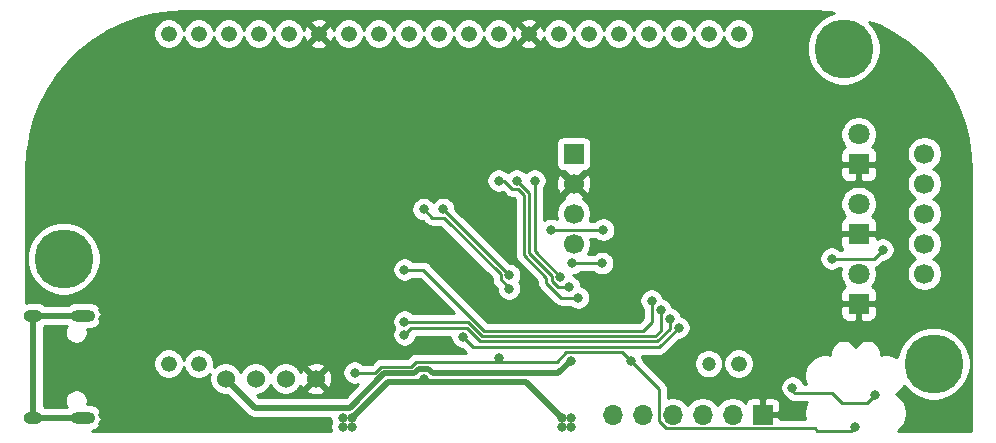
<source format=gbl>
G04 #@! TF.GenerationSoftware,KiCad,Pcbnew,(5.1.10)-1*
G04 #@! TF.CreationDate,2021-10-09T13:26:38+02:00*
G04 #@! TF.ProjectId,AirQualitySensor,41697251-7561-46c6-9974-7953656e736f,rev?*
G04 #@! TF.SameCoordinates,Original*
G04 #@! TF.FileFunction,Copper,L2,Bot*
G04 #@! TF.FilePolarity,Positive*
%FSLAX46Y46*%
G04 Gerber Fmt 4.6, Leading zero omitted, Abs format (unit mm)*
G04 Created by KiCad (PCBNEW (5.1.10)-1) date 2021-10-09 13:26:38*
%MOMM*%
%LPD*%
G01*
G04 APERTURE LIST*
G04 #@! TA.AperFunction,ComponentPad*
%ADD10C,5.000000*%
G04 #@! TD*
G04 #@! TA.AperFunction,ComponentPad*
%ADD11C,1.800000*%
G04 #@! TD*
G04 #@! TA.AperFunction,ComponentPad*
%ADD12R,1.800000X1.800000*%
G04 #@! TD*
G04 #@! TA.AperFunction,ComponentPad*
%ADD13O,1.700000X1.700000*%
G04 #@! TD*
G04 #@! TA.AperFunction,ComponentPad*
%ADD14R,1.700000X1.700000*%
G04 #@! TD*
G04 #@! TA.AperFunction,ComponentPad*
%ADD15O,2.100000X1.000000*%
G04 #@! TD*
G04 #@! TA.AperFunction,ComponentPad*
%ADD16O,1.600000X1.000000*%
G04 #@! TD*
G04 #@! TA.AperFunction,ComponentPad*
%ADD17C,1.524000*%
G04 #@! TD*
G04 #@! TA.AperFunction,ComponentPad*
%ADD18C,1.700000*%
G04 #@! TD*
G04 #@! TA.AperFunction,ComponentPad*
%ADD19C,1.337000*%
G04 #@! TD*
G04 #@! TA.AperFunction,ComponentPad*
%ADD20C,1.200000*%
G04 #@! TD*
G04 #@! TA.AperFunction,ViaPad*
%ADD21C,0.800000*%
G04 #@! TD*
G04 #@! TA.AperFunction,Conductor*
%ADD22C,0.500000*%
G04 #@! TD*
G04 #@! TA.AperFunction,Conductor*
%ADD23C,0.250000*%
G04 #@! TD*
G04 #@! TA.AperFunction,Conductor*
%ADD24C,0.400000*%
G04 #@! TD*
G04 #@! TA.AperFunction,Conductor*
%ADD25C,0.254000*%
G04 #@! TD*
G04 #@! TA.AperFunction,Conductor*
%ADD26C,0.100000*%
G04 #@! TD*
G04 APERTURE END LIST*
D10*
X184150000Y-115570000D03*
X176530000Y-88900000D03*
X110490000Y-106680000D03*
D11*
X177800000Y-96150000D03*
D12*
X177800000Y-98690000D03*
D11*
X177800000Y-102050000D03*
D12*
X177800000Y-104590000D03*
D11*
X177800000Y-107950000D03*
D12*
X177800000Y-110490000D03*
D13*
X156972000Y-119888000D03*
X159512000Y-119888000D03*
X162052000Y-119888000D03*
X164592000Y-119888000D03*
X167132000Y-119888000D03*
D14*
X169672000Y-119888000D03*
D15*
X112096000Y-120144000D03*
X112096000Y-111504000D03*
D16*
X107916000Y-111504000D03*
X107916000Y-120144000D03*
D17*
X131826000Y-116840000D03*
X129286000Y-116840000D03*
X126746000Y-116840000D03*
X124206000Y-116840000D03*
D18*
X183370000Y-97790000D03*
X183370000Y-100330000D03*
X183370000Y-102870000D03*
X183370000Y-105410000D03*
X153670000Y-105410000D03*
D14*
X153670000Y-97790000D03*
D18*
X153670000Y-100330000D03*
X153670000Y-102870000D03*
X183370000Y-107950000D03*
D19*
X167640000Y-115570000D03*
D20*
X165100000Y-115570000D03*
D19*
X121920000Y-115570000D03*
X119380000Y-115570000D03*
X119380000Y-87630000D03*
X121920000Y-87630000D03*
X124460000Y-87630000D03*
X127000000Y-87630000D03*
X129540000Y-87630000D03*
X132080000Y-87630000D03*
X134620000Y-87630000D03*
X137160000Y-87630000D03*
X139700000Y-87630000D03*
X142240000Y-87630000D03*
X144780000Y-87630000D03*
X147320000Y-87630000D03*
X149860000Y-87630000D03*
X152400000Y-87630000D03*
X154940000Y-87630000D03*
X157480000Y-87630000D03*
X160020000Y-87630000D03*
X162560000Y-87630000D03*
X165100000Y-87630000D03*
X167640000Y-87630000D03*
D21*
X153416000Y-115316000D03*
X177500000Y-120900000D03*
X147320000Y-115062000D03*
X135128000Y-116332000D03*
X158496000Y-115316000D03*
X114554000Y-120650000D03*
X114554000Y-119888000D03*
X113792000Y-111760000D03*
X113792000Y-119888000D03*
X113792000Y-110998000D03*
X114554000Y-110998000D03*
X113792000Y-120650000D03*
X114554000Y-111760000D03*
X139192000Y-105664000D03*
X113030000Y-97028000D03*
X113030000Y-96266000D03*
X113792000Y-96266000D03*
X113792000Y-97028000D03*
X120142000Y-120142000D03*
X115570000Y-91948000D03*
X115570000Y-93218000D03*
X115570000Y-94488000D03*
X115570000Y-90678000D03*
X138811000Y-96647000D03*
X144907000Y-94869000D03*
X153543000Y-107061000D03*
X142621000Y-102489000D03*
X140970000Y-102489000D03*
X152654000Y-120904000D03*
X153416000Y-120904000D03*
X152654000Y-120142000D03*
X153416000Y-120142000D03*
X140970000Y-116840000D03*
X134874000Y-120142000D03*
X134112000Y-120142000D03*
X134112000Y-120904000D03*
X134874000Y-120904000D03*
X156083000Y-107061000D03*
X175514000Y-106680000D03*
X179832000Y-105918000D03*
X151765000Y-104267000D03*
X156177999Y-104234999D03*
X179200000Y-118200000D03*
X144272000Y-113284000D03*
X162560000Y-112522000D03*
X172200000Y-117600000D03*
X160274000Y-110236000D03*
X139350000Y-107614000D03*
X161798000Y-111760000D03*
X139350000Y-113114000D03*
X161036000Y-110998000D03*
X139350000Y-112014000D03*
X150368000Y-100076000D03*
X152527000Y-108204000D03*
X148844000Y-100076000D03*
X153289000Y-109093000D03*
X147320000Y-100076000D03*
X154051000Y-109982000D03*
X148200000Y-109220000D03*
X148209000Y-108077000D03*
D22*
X124206000Y-116840000D02*
X126657999Y-119291999D01*
X134734039Y-119291999D02*
X137632047Y-116393990D01*
X126657999Y-119291999D02*
X134734039Y-119291999D01*
X137632047Y-116393990D02*
X139192000Y-116393990D01*
X140561999Y-115989999D02*
X141378001Y-115989999D01*
X141378001Y-115989999D02*
X141781992Y-116393990D01*
X140158008Y-116393990D02*
X140561999Y-115989999D01*
X139192000Y-116393990D02*
X140158008Y-116393990D01*
X141781992Y-116393990D02*
X149895953Y-116393990D01*
X149895953Y-116393990D02*
X152338010Y-116393990D01*
X152338010Y-116393990D02*
X153416000Y-115316000D01*
X153416000Y-115316000D02*
X153416000Y-115316000D01*
D23*
X135128000Y-116332000D02*
X136880851Y-116332000D01*
X137393871Y-115818980D02*
X138953824Y-115818980D01*
X136880851Y-116332000D02*
X137393871Y-115818980D01*
X139919832Y-115818980D02*
X140323823Y-115414989D01*
X138953824Y-115818980D02*
X139919832Y-115818980D01*
X147320000Y-115316000D02*
X147418989Y-115414989D01*
X147320000Y-115062000D02*
X147320000Y-115316000D01*
X140323823Y-115414989D02*
X147418989Y-115414989D01*
X157770999Y-114590999D02*
X153067999Y-114590999D01*
X158496000Y-115316000D02*
X157770999Y-114590999D01*
X152244009Y-115414989D02*
X147418989Y-115414989D01*
X153067999Y-114590999D02*
X152244009Y-115414989D01*
X171544999Y-121063001D02*
X171544999Y-121063001D01*
X177126549Y-121273451D02*
X177500000Y-120900000D01*
X174280023Y-121273451D02*
X177126549Y-121273451D01*
X161487999Y-121063001D02*
X174069573Y-121063001D01*
X174069573Y-121063001D02*
X174280023Y-121273451D01*
X160876999Y-120452001D02*
X161487999Y-121063001D01*
X160876999Y-117696999D02*
X160876999Y-120452001D01*
X158496000Y-115316000D02*
X160876999Y-117696999D01*
D22*
X134874000Y-120142000D02*
X137922000Y-117094000D01*
X149606000Y-117094000D02*
X152654000Y-120142000D01*
X140970000Y-117094000D02*
X149606000Y-117094000D01*
X137922000Y-117094000D02*
X140970000Y-117094000D01*
D24*
X140970000Y-116840000D02*
X140970000Y-117094000D01*
D22*
X112096000Y-111504000D02*
X107916000Y-111504000D01*
X107916000Y-111504000D02*
X107916000Y-120144000D01*
X107916000Y-120144000D02*
X112096000Y-120144000D01*
D23*
X153543000Y-107061000D02*
X156083000Y-107061000D01*
X156083000Y-107061000D02*
X156083000Y-107061000D01*
X175514000Y-106680000D02*
X178095002Y-106680000D01*
X178095002Y-106680000D02*
X179070000Y-106680000D01*
X179070000Y-106680000D02*
X179832000Y-105918000D01*
X179832000Y-105918000D02*
X179832000Y-105918000D01*
X151797001Y-104234999D02*
X156177999Y-104234999D01*
X151765000Y-104267000D02*
X151797001Y-104234999D01*
X156177999Y-104234999D02*
X156177999Y-104234999D01*
X179200000Y-118200000D02*
X178500000Y-118900000D01*
X175581879Y-118098451D02*
X172898451Y-118098451D01*
X176383428Y-118900000D02*
X175581879Y-118098451D01*
X178500000Y-118900000D02*
X176383428Y-118900000D01*
X172898451Y-118098451D02*
X172398451Y-118098451D01*
X172398451Y-118098451D02*
X172200000Y-117900000D01*
X172200000Y-117900000D02*
X172200000Y-117600000D01*
X172200000Y-117600000D02*
X172200000Y-117600000D01*
X162560000Y-112522000D02*
X160941011Y-114140989D01*
X145128989Y-114140989D02*
X144272000Y-113284000D01*
X160941011Y-114140989D02*
X145128989Y-114140989D01*
X160274000Y-110236000D02*
X160274000Y-112028959D01*
X159526959Y-112776000D02*
X146109822Y-112776000D01*
X160274000Y-112028959D02*
X159526959Y-112776000D01*
X140947822Y-107614000D02*
X139350000Y-107614000D01*
X146109822Y-112776000D02*
X140947822Y-107614000D01*
X161798000Y-111760000D02*
X161798000Y-112647590D01*
X161798000Y-112647590D02*
X160754611Y-113690979D01*
X145751981Y-113690979D02*
X144620001Y-112558999D01*
X160754611Y-113690979D02*
X145751981Y-113690979D01*
X139905001Y-112558999D02*
X139350000Y-113114000D01*
X144620001Y-112558999D02*
X139905001Y-112558999D01*
X139425011Y-112089011D02*
X139350000Y-112014000D01*
X161036000Y-110998000D02*
X161036000Y-112773180D01*
X161036000Y-112773180D02*
X160568211Y-113240969D01*
X160568211Y-113240969D02*
X145938381Y-113240969D01*
X144711412Y-112014000D02*
X139350000Y-112014000D01*
X145938381Y-113240969D02*
X144711412Y-112014000D01*
X150368000Y-106045000D02*
X150368000Y-100076000D01*
X152527000Y-108204000D02*
X150368000Y-106045000D01*
X148844000Y-100076000D02*
X148774999Y-100145001D01*
X152342998Y-109093000D02*
X151801999Y-108552001D01*
X153289000Y-109093000D02*
X152342998Y-109093000D01*
X151801999Y-108552001D02*
X151801999Y-108115409D01*
X151801999Y-108115409D02*
X149917990Y-106231400D01*
X149917990Y-101149990D02*
X148844000Y-100076000D01*
X149917990Y-106231400D02*
X149917990Y-101149990D01*
X154051000Y-109982000D02*
X152595588Y-109982000D01*
X152595588Y-109982000D02*
X151351989Y-108738401D01*
X151351989Y-108301809D02*
X149467980Y-106417800D01*
X151351989Y-108738401D02*
X151351989Y-108301809D01*
X149467980Y-106417800D02*
X149467980Y-101336390D01*
X149467980Y-101336390D02*
X148932591Y-100801001D01*
X147770998Y-100076000D02*
X147320000Y-100076000D01*
X148495999Y-100801001D02*
X147770998Y-100076000D01*
X148932591Y-100801001D02*
X148495999Y-100801001D01*
X148200000Y-109141002D02*
X148200000Y-109220000D01*
X147483999Y-108425001D02*
X148200000Y-109141002D01*
X147483999Y-107988409D02*
X147483999Y-108425001D01*
X142709591Y-103214001D02*
X147483999Y-107988409D01*
X141695001Y-103214001D02*
X142709591Y-103214001D01*
X140970000Y-102489000D02*
X141695001Y-103214001D01*
X142621000Y-102489000D02*
X148209000Y-108077000D01*
D25*
X175404272Y-85826293D02*
X175685425Y-85871578D01*
X175615554Y-85885476D01*
X175045021Y-86121799D01*
X174531554Y-86464886D01*
X174094886Y-86901554D01*
X173751799Y-87415021D01*
X173515476Y-87985554D01*
X173395000Y-88591229D01*
X173395000Y-89208771D01*
X173515476Y-89814446D01*
X173751799Y-90384979D01*
X174094886Y-90898446D01*
X174531554Y-91335114D01*
X175045021Y-91678201D01*
X175615554Y-91914524D01*
X176221229Y-92035000D01*
X176838771Y-92035000D01*
X177444446Y-91914524D01*
X178014979Y-91678201D01*
X178528446Y-91335114D01*
X178965114Y-90898446D01*
X179308201Y-90384979D01*
X179544524Y-89814446D01*
X179665000Y-89208771D01*
X179665000Y-88591229D01*
X179544524Y-87985554D01*
X179308201Y-87415021D01*
X178965114Y-86901554D01*
X178692085Y-86628525D01*
X179488033Y-86939653D01*
X180744860Y-87592523D01*
X181925201Y-88375255D01*
X183015672Y-89278976D01*
X184003940Y-90293462D01*
X184878807Y-91407219D01*
X185630370Y-92607639D01*
X186250114Y-93881120D01*
X186731024Y-95213253D01*
X187067657Y-96588952D01*
X187256771Y-97996924D01*
X187300001Y-99073266D01*
X187300000Y-121260000D01*
X181122911Y-121260000D01*
X181247744Y-121176589D01*
X181501589Y-120922744D01*
X181701034Y-120624254D01*
X181838414Y-120292589D01*
X181908450Y-119940496D01*
X181908450Y-119581504D01*
X181838414Y-119229411D01*
X181701034Y-118897746D01*
X181501589Y-118599256D01*
X181247744Y-118345411D01*
X180990461Y-118173500D01*
X181247744Y-118001589D01*
X181501589Y-117747744D01*
X181668139Y-117498484D01*
X181714886Y-117568446D01*
X182151554Y-118005114D01*
X182665021Y-118348201D01*
X183235554Y-118584524D01*
X183841229Y-118705000D01*
X184458771Y-118705000D01*
X185064446Y-118584524D01*
X185634979Y-118348201D01*
X186148446Y-118005114D01*
X186585114Y-117568446D01*
X186928201Y-117054979D01*
X187164524Y-116484446D01*
X187285000Y-115878771D01*
X187285000Y-115261229D01*
X187164524Y-114655554D01*
X186928201Y-114085021D01*
X186585114Y-113571554D01*
X186148446Y-113134886D01*
X185634979Y-112791799D01*
X185064446Y-112555476D01*
X184458771Y-112435000D01*
X183841229Y-112435000D01*
X183235554Y-112555476D01*
X182665021Y-112791799D01*
X182151554Y-113134886D01*
X181714886Y-113571554D01*
X181371799Y-114085021D01*
X181135476Y-114655554D01*
X181058250Y-115043795D01*
X180949254Y-114970966D01*
X180617589Y-114833586D01*
X180265496Y-114763550D01*
X179906504Y-114763550D01*
X179688606Y-114806893D01*
X179691500Y-114792345D01*
X179691500Y-114569655D01*
X179648056Y-114351245D01*
X179562836Y-114145507D01*
X179439117Y-113960348D01*
X179281652Y-113802883D01*
X179096493Y-113679164D01*
X178890755Y-113593944D01*
X178672345Y-113550500D01*
X178449655Y-113550500D01*
X178231245Y-113593944D01*
X178025507Y-113679164D01*
X177840348Y-113802883D01*
X177682883Y-113960348D01*
X177559164Y-114145507D01*
X177546000Y-114177288D01*
X177532836Y-114145507D01*
X177409117Y-113960348D01*
X177251652Y-113802883D01*
X177066493Y-113679164D01*
X176860755Y-113593944D01*
X176642345Y-113550500D01*
X176419655Y-113550500D01*
X176201245Y-113593944D01*
X175995507Y-113679164D01*
X175810348Y-113802883D01*
X175652883Y-113960348D01*
X175529164Y-114145507D01*
X175443944Y-114351245D01*
X175400500Y-114569655D01*
X175400500Y-114792345D01*
X175403394Y-114806893D01*
X175185496Y-114763550D01*
X174826504Y-114763550D01*
X174474411Y-114833586D01*
X174142746Y-114970966D01*
X173844256Y-115170411D01*
X173590411Y-115424256D01*
X173390966Y-115722746D01*
X173253586Y-116054411D01*
X173183550Y-116406504D01*
X173183550Y-116765496D01*
X173253586Y-117117589D01*
X173345070Y-117338451D01*
X173203252Y-117338451D01*
X173195226Y-117298102D01*
X173117205Y-117109744D01*
X173003937Y-116940226D01*
X172859774Y-116796063D01*
X172690256Y-116682795D01*
X172501898Y-116604774D01*
X172301939Y-116565000D01*
X172098061Y-116565000D01*
X171898102Y-116604774D01*
X171709744Y-116682795D01*
X171540226Y-116796063D01*
X171396063Y-116940226D01*
X171282795Y-117109744D01*
X171204774Y-117298102D01*
X171165000Y-117498061D01*
X171165000Y-117701939D01*
X171204774Y-117901898D01*
X171282795Y-118090256D01*
X171396063Y-118259774D01*
X171540226Y-118403937D01*
X171709744Y-118517205D01*
X171765498Y-118540299D01*
X171834647Y-118609448D01*
X171858450Y-118638452D01*
X171974175Y-118733425D01*
X172106204Y-118803997D01*
X172249465Y-118847454D01*
X172361118Y-118858451D01*
X172361127Y-118858451D01*
X172398450Y-118862127D01*
X172435773Y-118858451D01*
X173417222Y-118858451D01*
X173390966Y-118897746D01*
X173253586Y-119229411D01*
X173183550Y-119581504D01*
X173183550Y-119940496D01*
X173253586Y-120292589D01*
X173257899Y-120303001D01*
X171157704Y-120303001D01*
X171157000Y-120173750D01*
X170998250Y-120015000D01*
X169799000Y-120015000D01*
X169799000Y-120035000D01*
X169545000Y-120035000D01*
X169545000Y-120015000D01*
X169525000Y-120015000D01*
X169525000Y-119761000D01*
X169545000Y-119761000D01*
X169545000Y-118561750D01*
X169799000Y-118561750D01*
X169799000Y-119761000D01*
X170998250Y-119761000D01*
X171157000Y-119602250D01*
X171160072Y-119038000D01*
X171147812Y-118913518D01*
X171111502Y-118793820D01*
X171052537Y-118683506D01*
X170973185Y-118586815D01*
X170876494Y-118507463D01*
X170766180Y-118448498D01*
X170646482Y-118412188D01*
X170522000Y-118399928D01*
X169957750Y-118403000D01*
X169799000Y-118561750D01*
X169545000Y-118561750D01*
X169386250Y-118403000D01*
X168822000Y-118399928D01*
X168697518Y-118412188D01*
X168577820Y-118448498D01*
X168467506Y-118507463D01*
X168370815Y-118586815D01*
X168291463Y-118683506D01*
X168232498Y-118793820D01*
X168210487Y-118866380D01*
X168078632Y-118734525D01*
X167835411Y-118572010D01*
X167565158Y-118460068D01*
X167278260Y-118403000D01*
X166985740Y-118403000D01*
X166698842Y-118460068D01*
X166428589Y-118572010D01*
X166185368Y-118734525D01*
X165978525Y-118941368D01*
X165862000Y-119115760D01*
X165745475Y-118941368D01*
X165538632Y-118734525D01*
X165295411Y-118572010D01*
X165025158Y-118460068D01*
X164738260Y-118403000D01*
X164445740Y-118403000D01*
X164158842Y-118460068D01*
X163888589Y-118572010D01*
X163645368Y-118734525D01*
X163438525Y-118941368D01*
X163322000Y-119115760D01*
X163205475Y-118941368D01*
X162998632Y-118734525D01*
X162755411Y-118572010D01*
X162485158Y-118460068D01*
X162198260Y-118403000D01*
X161905740Y-118403000D01*
X161636999Y-118456456D01*
X161636999Y-117734321D01*
X161640675Y-117696998D01*
X161636999Y-117659675D01*
X161636999Y-117659666D01*
X161626002Y-117548013D01*
X161582545Y-117404752D01*
X161558624Y-117359999D01*
X161511973Y-117272722D01*
X161440798Y-117185996D01*
X161417000Y-117156998D01*
X161388003Y-117133201D01*
X159703165Y-115448363D01*
X163865000Y-115448363D01*
X163865000Y-115691637D01*
X163912460Y-115930236D01*
X164005557Y-116154992D01*
X164140713Y-116357267D01*
X164312733Y-116529287D01*
X164515008Y-116664443D01*
X164739764Y-116757540D01*
X164978363Y-116805000D01*
X165221637Y-116805000D01*
X165460236Y-116757540D01*
X165684992Y-116664443D01*
X165887267Y-116529287D01*
X166059287Y-116357267D01*
X166194443Y-116154992D01*
X166287540Y-115930236D01*
X166335000Y-115691637D01*
X166335000Y-115448363D01*
X166333658Y-115441616D01*
X166336500Y-115441616D01*
X166336500Y-115698384D01*
X166386593Y-115950217D01*
X166484853Y-116187439D01*
X166627505Y-116400933D01*
X166809067Y-116582495D01*
X167022561Y-116725147D01*
X167259783Y-116823407D01*
X167511616Y-116873500D01*
X167768384Y-116873500D01*
X168020217Y-116823407D01*
X168257439Y-116725147D01*
X168470933Y-116582495D01*
X168652495Y-116400933D01*
X168795147Y-116187439D01*
X168893407Y-115950217D01*
X168943500Y-115698384D01*
X168943500Y-115441616D01*
X168893407Y-115189783D01*
X168795147Y-114952561D01*
X168652495Y-114739067D01*
X168470933Y-114557505D01*
X168257439Y-114414853D01*
X168020217Y-114316593D01*
X167768384Y-114266500D01*
X167511616Y-114266500D01*
X167259783Y-114316593D01*
X167022561Y-114414853D01*
X166809067Y-114557505D01*
X166627505Y-114739067D01*
X166484853Y-114952561D01*
X166386593Y-115189783D01*
X166336500Y-115441616D01*
X166333658Y-115441616D01*
X166287540Y-115209764D01*
X166194443Y-114985008D01*
X166059287Y-114782733D01*
X165887267Y-114610713D01*
X165684992Y-114475557D01*
X165460236Y-114382460D01*
X165221637Y-114335000D01*
X164978363Y-114335000D01*
X164739764Y-114382460D01*
X164515008Y-114475557D01*
X164312733Y-114610713D01*
X164140713Y-114782733D01*
X164005557Y-114985008D01*
X163912460Y-115209764D01*
X163865000Y-115448363D01*
X159703165Y-115448363D01*
X159531000Y-115276199D01*
X159531000Y-115214061D01*
X159491226Y-115014102D01*
X159444373Y-114900989D01*
X160903689Y-114900989D01*
X160941011Y-114904665D01*
X160978333Y-114900989D01*
X160978344Y-114900989D01*
X161089997Y-114889992D01*
X161233258Y-114846535D01*
X161365287Y-114775963D01*
X161481012Y-114680990D01*
X161504815Y-114651986D01*
X162599802Y-113557000D01*
X162661939Y-113557000D01*
X162861898Y-113517226D01*
X163050256Y-113439205D01*
X163219774Y-113325937D01*
X163363937Y-113181774D01*
X163477205Y-113012256D01*
X163555226Y-112823898D01*
X163595000Y-112623939D01*
X163595000Y-112420061D01*
X163555226Y-112220102D01*
X163477205Y-112031744D01*
X163363937Y-111862226D01*
X163219774Y-111718063D01*
X163050256Y-111604795D01*
X162861898Y-111526774D01*
X162804619Y-111515381D01*
X162793226Y-111458102D01*
X162765018Y-111390000D01*
X176261928Y-111390000D01*
X176274188Y-111514482D01*
X176310498Y-111634180D01*
X176369463Y-111744494D01*
X176448815Y-111841185D01*
X176545506Y-111920537D01*
X176655820Y-111979502D01*
X176775518Y-112015812D01*
X176900000Y-112028072D01*
X177514250Y-112025000D01*
X177673000Y-111866250D01*
X177673000Y-110617000D01*
X177927000Y-110617000D01*
X177927000Y-111866250D01*
X178085750Y-112025000D01*
X178700000Y-112028072D01*
X178824482Y-112015812D01*
X178944180Y-111979502D01*
X179054494Y-111920537D01*
X179151185Y-111841185D01*
X179230537Y-111744494D01*
X179289502Y-111634180D01*
X179325812Y-111514482D01*
X179338072Y-111390000D01*
X179335000Y-110775750D01*
X179176250Y-110617000D01*
X177927000Y-110617000D01*
X177673000Y-110617000D01*
X176423750Y-110617000D01*
X176265000Y-110775750D01*
X176261928Y-111390000D01*
X162765018Y-111390000D01*
X162715205Y-111269744D01*
X162601937Y-111100226D01*
X162457774Y-110956063D01*
X162288256Y-110842795D01*
X162099898Y-110764774D01*
X162042619Y-110753381D01*
X162031226Y-110696102D01*
X161953205Y-110507744D01*
X161839937Y-110338226D01*
X161695774Y-110194063D01*
X161526256Y-110080795D01*
X161337898Y-110002774D01*
X161280619Y-109991381D01*
X161269226Y-109934102D01*
X161191205Y-109745744D01*
X161077937Y-109576226D01*
X160933774Y-109432063D01*
X160764256Y-109318795D01*
X160575898Y-109240774D01*
X160375939Y-109201000D01*
X160172061Y-109201000D01*
X159972102Y-109240774D01*
X159783744Y-109318795D01*
X159614226Y-109432063D01*
X159470063Y-109576226D01*
X159356795Y-109745744D01*
X159278774Y-109934102D01*
X159239000Y-110134061D01*
X159239000Y-110337939D01*
X159278774Y-110537898D01*
X159356795Y-110726256D01*
X159470063Y-110895774D01*
X159514000Y-110939711D01*
X159514001Y-111714156D01*
X159212158Y-112016000D01*
X146424625Y-112016000D01*
X141511626Y-107103003D01*
X141487823Y-107073999D01*
X141372098Y-106979026D01*
X141240069Y-106908454D01*
X141096808Y-106864997D01*
X140985155Y-106854000D01*
X140985144Y-106854000D01*
X140947822Y-106850324D01*
X140910500Y-106854000D01*
X140053711Y-106854000D01*
X140009774Y-106810063D01*
X139840256Y-106696795D01*
X139651898Y-106618774D01*
X139451939Y-106579000D01*
X139248061Y-106579000D01*
X139048102Y-106618774D01*
X138859744Y-106696795D01*
X138690226Y-106810063D01*
X138546063Y-106954226D01*
X138432795Y-107123744D01*
X138354774Y-107312102D01*
X138315000Y-107512061D01*
X138315000Y-107715939D01*
X138354774Y-107915898D01*
X138432795Y-108104256D01*
X138546063Y-108273774D01*
X138690226Y-108417937D01*
X138859744Y-108531205D01*
X139048102Y-108609226D01*
X139248061Y-108649000D01*
X139451939Y-108649000D01*
X139651898Y-108609226D01*
X139840256Y-108531205D01*
X140009774Y-108417937D01*
X140053711Y-108374000D01*
X140633021Y-108374000D01*
X143513020Y-111254000D01*
X140053711Y-111254000D01*
X140009774Y-111210063D01*
X139840256Y-111096795D01*
X139651898Y-111018774D01*
X139451939Y-110979000D01*
X139248061Y-110979000D01*
X139048102Y-111018774D01*
X138859744Y-111096795D01*
X138690226Y-111210063D01*
X138546063Y-111354226D01*
X138432795Y-111523744D01*
X138354774Y-111712102D01*
X138315000Y-111912061D01*
X138315000Y-112115939D01*
X138354774Y-112315898D01*
X138432795Y-112504256D01*
X138472715Y-112564000D01*
X138432795Y-112623744D01*
X138354774Y-112812102D01*
X138315000Y-113012061D01*
X138315000Y-113215939D01*
X138354774Y-113415898D01*
X138432795Y-113604256D01*
X138546063Y-113773774D01*
X138690226Y-113917937D01*
X138859744Y-114031205D01*
X139048102Y-114109226D01*
X139248061Y-114149000D01*
X139451939Y-114149000D01*
X139651898Y-114109226D01*
X139840256Y-114031205D01*
X140009774Y-113917937D01*
X140153937Y-113773774D01*
X140267205Y-113604256D01*
X140345226Y-113415898D01*
X140364500Y-113318999D01*
X143237000Y-113318999D01*
X143237000Y-113385939D01*
X143276774Y-113585898D01*
X143354795Y-113774256D01*
X143468063Y-113943774D01*
X143612226Y-114087937D01*
X143781744Y-114201205D01*
X143970102Y-114279226D01*
X144170061Y-114319000D01*
X144232198Y-114319000D01*
X144565194Y-114651997D01*
X144567650Y-114654989D01*
X140361156Y-114654989D01*
X140323823Y-114651312D01*
X140286490Y-114654989D01*
X140174837Y-114665986D01*
X140031576Y-114709443D01*
X139899547Y-114780015D01*
X139783822Y-114874988D01*
X139760019Y-114903992D01*
X139605031Y-115058980D01*
X137431194Y-115058980D01*
X137393871Y-115055304D01*
X137356548Y-115058980D01*
X137356538Y-115058980D01*
X137244885Y-115069977D01*
X137101624Y-115113434D01*
X136969595Y-115184006D01*
X136853870Y-115278979D01*
X136830071Y-115307978D01*
X136566050Y-115572000D01*
X135831711Y-115572000D01*
X135787774Y-115528063D01*
X135618256Y-115414795D01*
X135429898Y-115336774D01*
X135229939Y-115297000D01*
X135026061Y-115297000D01*
X134826102Y-115336774D01*
X134637744Y-115414795D01*
X134468226Y-115528063D01*
X134324063Y-115672226D01*
X134210795Y-115841744D01*
X134132774Y-116030102D01*
X134093000Y-116230061D01*
X134093000Y-116433939D01*
X134132774Y-116633898D01*
X134210795Y-116822256D01*
X134324063Y-116991774D01*
X134468226Y-117135937D01*
X134637744Y-117249205D01*
X134826102Y-117327226D01*
X135026061Y-117367000D01*
X135229939Y-117367000D01*
X135429898Y-117327226D01*
X135459491Y-117314968D01*
X134367461Y-118406999D01*
X127024578Y-118406999D01*
X126854579Y-118237000D01*
X126883592Y-118237000D01*
X127153490Y-118183314D01*
X127407727Y-118078005D01*
X127636535Y-117925120D01*
X127831120Y-117730535D01*
X127984005Y-117501727D01*
X128016000Y-117424485D01*
X128047995Y-117501727D01*
X128200880Y-117730535D01*
X128395465Y-117925120D01*
X128624273Y-118078005D01*
X128878510Y-118183314D01*
X129148408Y-118237000D01*
X129423592Y-118237000D01*
X129693490Y-118183314D01*
X129947727Y-118078005D01*
X130176535Y-117925120D01*
X130296090Y-117805565D01*
X131040040Y-117805565D01*
X131107020Y-118045656D01*
X131356048Y-118162756D01*
X131623135Y-118229023D01*
X131898017Y-118241910D01*
X132170133Y-118200922D01*
X132429023Y-118107636D01*
X132544980Y-118045656D01*
X132611960Y-117805565D01*
X131826000Y-117019605D01*
X131040040Y-117805565D01*
X130296090Y-117805565D01*
X130371120Y-117730535D01*
X130524005Y-117501727D01*
X130553692Y-117430057D01*
X130558364Y-117443023D01*
X130620344Y-117558980D01*
X130860435Y-117625960D01*
X131646395Y-116840000D01*
X132005605Y-116840000D01*
X132791565Y-117625960D01*
X133031656Y-117558980D01*
X133148756Y-117309952D01*
X133215023Y-117042865D01*
X133227910Y-116767983D01*
X133186922Y-116495867D01*
X133093636Y-116236977D01*
X133031656Y-116121020D01*
X132791565Y-116054040D01*
X132005605Y-116840000D01*
X131646395Y-116840000D01*
X130860435Y-116054040D01*
X130620344Y-116121020D01*
X130556515Y-116256760D01*
X130524005Y-116178273D01*
X130371120Y-115949465D01*
X130296090Y-115874435D01*
X131040040Y-115874435D01*
X131826000Y-116660395D01*
X132611960Y-115874435D01*
X132544980Y-115634344D01*
X132295952Y-115517244D01*
X132028865Y-115450977D01*
X131753983Y-115438090D01*
X131481867Y-115479078D01*
X131222977Y-115572364D01*
X131107020Y-115634344D01*
X131040040Y-115874435D01*
X130296090Y-115874435D01*
X130176535Y-115754880D01*
X129947727Y-115601995D01*
X129693490Y-115496686D01*
X129423592Y-115443000D01*
X129148408Y-115443000D01*
X128878510Y-115496686D01*
X128624273Y-115601995D01*
X128395465Y-115754880D01*
X128200880Y-115949465D01*
X128047995Y-116178273D01*
X128016000Y-116255515D01*
X127984005Y-116178273D01*
X127831120Y-115949465D01*
X127636535Y-115754880D01*
X127407727Y-115601995D01*
X127153490Y-115496686D01*
X126883592Y-115443000D01*
X126608408Y-115443000D01*
X126338510Y-115496686D01*
X126084273Y-115601995D01*
X125855465Y-115754880D01*
X125660880Y-115949465D01*
X125507995Y-116178273D01*
X125476000Y-116255515D01*
X125444005Y-116178273D01*
X125291120Y-115949465D01*
X125096535Y-115754880D01*
X124867727Y-115601995D01*
X124613490Y-115496686D01*
X124343592Y-115443000D01*
X124068408Y-115443000D01*
X123798510Y-115496686D01*
X123544273Y-115601995D01*
X123315465Y-115754880D01*
X123186636Y-115883709D01*
X123223500Y-115698384D01*
X123223500Y-115441616D01*
X123173407Y-115189783D01*
X123075147Y-114952561D01*
X122932495Y-114739067D01*
X122750933Y-114557505D01*
X122537439Y-114414853D01*
X122300217Y-114316593D01*
X122048384Y-114266500D01*
X121791616Y-114266500D01*
X121539783Y-114316593D01*
X121302561Y-114414853D01*
X121089067Y-114557505D01*
X120907505Y-114739067D01*
X120764853Y-114952561D01*
X120666593Y-115189783D01*
X120650000Y-115273201D01*
X120633407Y-115189783D01*
X120535147Y-114952561D01*
X120392495Y-114739067D01*
X120210933Y-114557505D01*
X119997439Y-114414853D01*
X119760217Y-114316593D01*
X119508384Y-114266500D01*
X119251616Y-114266500D01*
X118999783Y-114316593D01*
X118762561Y-114414853D01*
X118549067Y-114557505D01*
X118367505Y-114739067D01*
X118224853Y-114952561D01*
X118126593Y-115189783D01*
X118076500Y-115441616D01*
X118076500Y-115698384D01*
X118126593Y-115950217D01*
X118224853Y-116187439D01*
X118367505Y-116400933D01*
X118549067Y-116582495D01*
X118762561Y-116725147D01*
X118999783Y-116823407D01*
X119251616Y-116873500D01*
X119508384Y-116873500D01*
X119760217Y-116823407D01*
X119997439Y-116725147D01*
X120210933Y-116582495D01*
X120392495Y-116400933D01*
X120535147Y-116187439D01*
X120633407Y-115950217D01*
X120650000Y-115866799D01*
X120666593Y-115950217D01*
X120764853Y-116187439D01*
X120907505Y-116400933D01*
X121089067Y-116582495D01*
X121302561Y-116725147D01*
X121539783Y-116823407D01*
X121791616Y-116873500D01*
X122048384Y-116873500D01*
X122300217Y-116823407D01*
X122537439Y-116725147D01*
X122750933Y-116582495D01*
X122853193Y-116480235D01*
X122809000Y-116702408D01*
X122809000Y-116977592D01*
X122862686Y-117247490D01*
X122967995Y-117501727D01*
X123120880Y-117730535D01*
X123315465Y-117925120D01*
X123544273Y-118078005D01*
X123798510Y-118183314D01*
X124068408Y-118237000D01*
X124343592Y-118237000D01*
X124350123Y-118235701D01*
X126001469Y-119887048D01*
X126029182Y-119920816D01*
X126062950Y-119948529D01*
X126062952Y-119948531D01*
X126112250Y-119988989D01*
X126163940Y-120031410D01*
X126317686Y-120113588D01*
X126484509Y-120164194D01*
X126614522Y-120176999D01*
X126614532Y-120176999D01*
X126657998Y-120181280D01*
X126701464Y-120176999D01*
X133077000Y-120176999D01*
X133077000Y-120243939D01*
X133116774Y-120443898D01*
X133149539Y-120523000D01*
X133116774Y-120602102D01*
X133077000Y-120802061D01*
X133077000Y-121005939D01*
X133116774Y-121205898D01*
X133139184Y-121260000D01*
X112876994Y-121260000D01*
X113082447Y-121197676D01*
X113279623Y-121092284D01*
X113452449Y-120950449D01*
X113594284Y-120777623D01*
X113699676Y-120580447D01*
X113764577Y-120366499D01*
X113786491Y-120144000D01*
X113764577Y-119921501D01*
X113699676Y-119707553D01*
X113594284Y-119510377D01*
X113452449Y-119337551D01*
X113279623Y-119195716D01*
X113082447Y-119090324D01*
X112868499Y-119025423D01*
X112701752Y-119009000D01*
X112482904Y-119009000D01*
X112489108Y-118994022D01*
X112526000Y-118808552D01*
X112526000Y-118619448D01*
X112489108Y-118433978D01*
X112416741Y-118259269D01*
X112311681Y-118102036D01*
X112177964Y-117968319D01*
X112020731Y-117863259D01*
X111846022Y-117790892D01*
X111660552Y-117754000D01*
X111471448Y-117754000D01*
X111285978Y-117790892D01*
X111111269Y-117863259D01*
X110954036Y-117968319D01*
X110820319Y-118102036D01*
X110715259Y-118259269D01*
X110642892Y-118433978D01*
X110606000Y-118619448D01*
X110606000Y-118808552D01*
X110642892Y-118994022D01*
X110715259Y-119168731D01*
X110775575Y-119259000D01*
X108926735Y-119259000D01*
X108849623Y-119195716D01*
X108801000Y-119169727D01*
X108801000Y-112478273D01*
X108849623Y-112452284D01*
X108926735Y-112389000D01*
X110775575Y-112389000D01*
X110715259Y-112479269D01*
X110642892Y-112653978D01*
X110606000Y-112839448D01*
X110606000Y-113028552D01*
X110642892Y-113214022D01*
X110715259Y-113388731D01*
X110820319Y-113545964D01*
X110954036Y-113679681D01*
X111111269Y-113784741D01*
X111285978Y-113857108D01*
X111471448Y-113894000D01*
X111660552Y-113894000D01*
X111846022Y-113857108D01*
X112020731Y-113784741D01*
X112177964Y-113679681D01*
X112311681Y-113545964D01*
X112416741Y-113388731D01*
X112489108Y-113214022D01*
X112526000Y-113028552D01*
X112526000Y-112839448D01*
X112489108Y-112653978D01*
X112482904Y-112639000D01*
X112701752Y-112639000D01*
X112868499Y-112622577D01*
X113082447Y-112557676D01*
X113279623Y-112452284D01*
X113452449Y-112310449D01*
X113594284Y-112137623D01*
X113699676Y-111940447D01*
X113764577Y-111726499D01*
X113786491Y-111504000D01*
X113764577Y-111281501D01*
X113699676Y-111067553D01*
X113594284Y-110870377D01*
X113452449Y-110697551D01*
X113279623Y-110555716D01*
X113082447Y-110450324D01*
X112868499Y-110385423D01*
X112701752Y-110369000D01*
X111490248Y-110369000D01*
X111323501Y-110385423D01*
X111109553Y-110450324D01*
X110912377Y-110555716D01*
X110835265Y-110619000D01*
X108926735Y-110619000D01*
X108849623Y-110555716D01*
X108652447Y-110450324D01*
X108438499Y-110385423D01*
X108271752Y-110369000D01*
X107560248Y-110369000D01*
X107393501Y-110385423D01*
X107340000Y-110401652D01*
X107340000Y-106371229D01*
X107355000Y-106371229D01*
X107355000Y-106988771D01*
X107475476Y-107594446D01*
X107711799Y-108164979D01*
X108054886Y-108678446D01*
X108491554Y-109115114D01*
X109005021Y-109458201D01*
X109575554Y-109694524D01*
X110181229Y-109815000D01*
X110798771Y-109815000D01*
X111404446Y-109694524D01*
X111974979Y-109458201D01*
X112488446Y-109115114D01*
X112925114Y-108678446D01*
X113268201Y-108164979D01*
X113504524Y-107594446D01*
X113625000Y-106988771D01*
X113625000Y-106371229D01*
X113504524Y-105765554D01*
X113268201Y-105195021D01*
X112925114Y-104681554D01*
X112488446Y-104244886D01*
X111974979Y-103901799D01*
X111404446Y-103665476D01*
X110798771Y-103545000D01*
X110181229Y-103545000D01*
X109575554Y-103665476D01*
X109005021Y-103901799D01*
X108491554Y-104244886D01*
X108054886Y-104681554D01*
X107711799Y-105195021D01*
X107475476Y-105765554D01*
X107355000Y-106371229D01*
X107340000Y-106371229D01*
X107340000Y-102387061D01*
X139935000Y-102387061D01*
X139935000Y-102590939D01*
X139974774Y-102790898D01*
X140052795Y-102979256D01*
X140166063Y-103148774D01*
X140310226Y-103292937D01*
X140479744Y-103406205D01*
X140668102Y-103484226D01*
X140868061Y-103524000D01*
X140930198Y-103524000D01*
X141131202Y-103725003D01*
X141155000Y-103754002D01*
X141270725Y-103848975D01*
X141402754Y-103919547D01*
X141546015Y-103963004D01*
X141657668Y-103974001D01*
X141657677Y-103974001D01*
X141695000Y-103977677D01*
X141732323Y-103974001D01*
X142394790Y-103974001D01*
X146723999Y-108303211D01*
X146723999Y-108387679D01*
X146720323Y-108425001D01*
X146723999Y-108462323D01*
X146723999Y-108462334D01*
X146734996Y-108573987D01*
X146778453Y-108717248D01*
X146849025Y-108849277D01*
X146943999Y-108965002D01*
X146972997Y-108988800D01*
X147165000Y-109180803D01*
X147165000Y-109321939D01*
X147204774Y-109521898D01*
X147282795Y-109710256D01*
X147396063Y-109879774D01*
X147540226Y-110023937D01*
X147709744Y-110137205D01*
X147898102Y-110215226D01*
X148098061Y-110255000D01*
X148301939Y-110255000D01*
X148501898Y-110215226D01*
X148690256Y-110137205D01*
X148859774Y-110023937D01*
X149003937Y-109879774D01*
X149117205Y-109710256D01*
X149195226Y-109521898D01*
X149235000Y-109321939D01*
X149235000Y-109118061D01*
X149195226Y-108918102D01*
X149117205Y-108729744D01*
X149067420Y-108655235D01*
X149126205Y-108567256D01*
X149204226Y-108378898D01*
X149244000Y-108178939D01*
X149244000Y-107975061D01*
X149204226Y-107775102D01*
X149126205Y-107586744D01*
X149012937Y-107417226D01*
X148868774Y-107273063D01*
X148699256Y-107159795D01*
X148510898Y-107081774D01*
X148310939Y-107042000D01*
X148248803Y-107042000D01*
X143656000Y-102449199D01*
X143656000Y-102387061D01*
X143616226Y-102187102D01*
X143538205Y-101998744D01*
X143424937Y-101829226D01*
X143280774Y-101685063D01*
X143111256Y-101571795D01*
X142922898Y-101493774D01*
X142722939Y-101454000D01*
X142519061Y-101454000D01*
X142319102Y-101493774D01*
X142130744Y-101571795D01*
X141961226Y-101685063D01*
X141817063Y-101829226D01*
X141795500Y-101861497D01*
X141773937Y-101829226D01*
X141629774Y-101685063D01*
X141460256Y-101571795D01*
X141271898Y-101493774D01*
X141071939Y-101454000D01*
X140868061Y-101454000D01*
X140668102Y-101493774D01*
X140479744Y-101571795D01*
X140310226Y-101685063D01*
X140166063Y-101829226D01*
X140052795Y-101998744D01*
X139974774Y-102187102D01*
X139935000Y-102387061D01*
X107340000Y-102387061D01*
X107340000Y-99974061D01*
X146285000Y-99974061D01*
X146285000Y-100177939D01*
X146324774Y-100377898D01*
X146402795Y-100566256D01*
X146516063Y-100735774D01*
X146660226Y-100879937D01*
X146829744Y-100993205D01*
X147018102Y-101071226D01*
X147218061Y-101111000D01*
X147421939Y-101111000D01*
X147621898Y-101071226D01*
X147671059Y-101050863D01*
X147932200Y-101312003D01*
X147955998Y-101341002D01*
X148071723Y-101435975D01*
X148203752Y-101506547D01*
X148347013Y-101550004D01*
X148458666Y-101561001D01*
X148458675Y-101561001D01*
X148495998Y-101564677D01*
X148533321Y-101561001D01*
X148617789Y-101561001D01*
X148707981Y-101651193D01*
X148707980Y-106380477D01*
X148704304Y-106417800D01*
X148707980Y-106455122D01*
X148707980Y-106455132D01*
X148718977Y-106566785D01*
X148762434Y-106710046D01*
X148833006Y-106842076D01*
X148851817Y-106864997D01*
X148927979Y-106957801D01*
X148956983Y-106981604D01*
X150591989Y-108616611D01*
X150591989Y-108701079D01*
X150588313Y-108738401D01*
X150591989Y-108775723D01*
X150591989Y-108775733D01*
X150602986Y-108887386D01*
X150634725Y-108992016D01*
X150646443Y-109030647D01*
X150717015Y-109162677D01*
X150748466Y-109201000D01*
X150811988Y-109278402D01*
X150840992Y-109302205D01*
X152031789Y-110493003D01*
X152055587Y-110522001D01*
X152084585Y-110545799D01*
X152171312Y-110616974D01*
X152303341Y-110687546D01*
X152446602Y-110731003D01*
X152595588Y-110745677D01*
X152632921Y-110742000D01*
X153347289Y-110742000D01*
X153391226Y-110785937D01*
X153560744Y-110899205D01*
X153749102Y-110977226D01*
X153949061Y-111017000D01*
X154152939Y-111017000D01*
X154352898Y-110977226D01*
X154541256Y-110899205D01*
X154710774Y-110785937D01*
X154854937Y-110641774D01*
X154968205Y-110472256D01*
X155046226Y-110283898D01*
X155086000Y-110083939D01*
X155086000Y-109880061D01*
X155046226Y-109680102D01*
X154968205Y-109491744D01*
X154854937Y-109322226D01*
X154710774Y-109178063D01*
X154541256Y-109064795D01*
X154352898Y-108986774D01*
X154321922Y-108980612D01*
X154284226Y-108791102D01*
X154206205Y-108602744D01*
X154092937Y-108433226D01*
X153948774Y-108289063D01*
X153779256Y-108175795D01*
X153590898Y-108097774D01*
X153581979Y-108096000D01*
X153644939Y-108096000D01*
X153844898Y-108056226D01*
X154033256Y-107978205D01*
X154202774Y-107864937D01*
X154246711Y-107821000D01*
X155379289Y-107821000D01*
X155423226Y-107864937D01*
X155592744Y-107978205D01*
X155781102Y-108056226D01*
X155981061Y-108096000D01*
X156184939Y-108096000D01*
X156384898Y-108056226D01*
X156573256Y-107978205D01*
X156742774Y-107864937D01*
X156886937Y-107720774D01*
X157000205Y-107551256D01*
X157078226Y-107362898D01*
X157118000Y-107162939D01*
X157118000Y-106959061D01*
X157078226Y-106759102D01*
X157003236Y-106578061D01*
X174479000Y-106578061D01*
X174479000Y-106781939D01*
X174518774Y-106981898D01*
X174596795Y-107170256D01*
X174710063Y-107339774D01*
X174854226Y-107483937D01*
X175023744Y-107597205D01*
X175212102Y-107675226D01*
X175412061Y-107715000D01*
X175615939Y-107715000D01*
X175815898Y-107675226D01*
X176004256Y-107597205D01*
X176173774Y-107483937D01*
X176217711Y-107440000D01*
X176349777Y-107440000D01*
X176323989Y-107502257D01*
X176265000Y-107798816D01*
X176265000Y-108101184D01*
X176323989Y-108397743D01*
X176439701Y-108677095D01*
X176607688Y-108928505D01*
X176674127Y-108994944D01*
X176655820Y-109000498D01*
X176545506Y-109059463D01*
X176448815Y-109138815D01*
X176369463Y-109235506D01*
X176310498Y-109345820D01*
X176274188Y-109465518D01*
X176261928Y-109590000D01*
X176265000Y-110204250D01*
X176423750Y-110363000D01*
X177673000Y-110363000D01*
X177673000Y-110343000D01*
X177927000Y-110343000D01*
X177927000Y-110363000D01*
X179176250Y-110363000D01*
X179335000Y-110204250D01*
X179338072Y-109590000D01*
X179325812Y-109465518D01*
X179289502Y-109345820D01*
X179230537Y-109235506D01*
X179151185Y-109138815D01*
X179054494Y-109059463D01*
X178944180Y-109000498D01*
X178925873Y-108994944D01*
X178992312Y-108928505D01*
X179160299Y-108677095D01*
X179276011Y-108397743D01*
X179335000Y-108101184D01*
X179335000Y-107798816D01*
X179276011Y-107502257D01*
X179242690Y-107421813D01*
X179362247Y-107385546D01*
X179494276Y-107314974D01*
X179610001Y-107220001D01*
X179633803Y-107190998D01*
X179871801Y-106953000D01*
X179933939Y-106953000D01*
X180133898Y-106913226D01*
X180322256Y-106835205D01*
X180491774Y-106721937D01*
X180635937Y-106577774D01*
X180749205Y-106408256D01*
X180827226Y-106219898D01*
X180867000Y-106019939D01*
X180867000Y-105816061D01*
X180827226Y-105616102D01*
X180749205Y-105427744D01*
X180635937Y-105258226D01*
X180491774Y-105114063D01*
X180322256Y-105000795D01*
X180133898Y-104922774D01*
X179933939Y-104883000D01*
X179730061Y-104883000D01*
X179530102Y-104922774D01*
X179341744Y-105000795D01*
X179335646Y-105004870D01*
X179335000Y-104875750D01*
X179176250Y-104717000D01*
X177927000Y-104717000D01*
X177927000Y-104737000D01*
X177673000Y-104737000D01*
X177673000Y-104717000D01*
X176423750Y-104717000D01*
X176265000Y-104875750D01*
X176261928Y-105490000D01*
X176274188Y-105614482D01*
X176310498Y-105734180D01*
X176369463Y-105844494D01*
X176431429Y-105920000D01*
X176217711Y-105920000D01*
X176173774Y-105876063D01*
X176004256Y-105762795D01*
X175815898Y-105684774D01*
X175615939Y-105645000D01*
X175412061Y-105645000D01*
X175212102Y-105684774D01*
X175023744Y-105762795D01*
X174854226Y-105876063D01*
X174710063Y-106020226D01*
X174596795Y-106189744D01*
X174518774Y-106378102D01*
X174479000Y-106578061D01*
X157003236Y-106578061D01*
X157000205Y-106570744D01*
X156886937Y-106401226D01*
X156742774Y-106257063D01*
X156573256Y-106143795D01*
X156384898Y-106065774D01*
X156184939Y-106026000D01*
X155981061Y-106026000D01*
X155781102Y-106065774D01*
X155592744Y-106143795D01*
X155423226Y-106257063D01*
X155379289Y-106301000D01*
X154860647Y-106301000D01*
X154985990Y-106113411D01*
X155097932Y-105843158D01*
X155155000Y-105556260D01*
X155155000Y-105263740D01*
X155101544Y-104994999D01*
X155474288Y-104994999D01*
X155518225Y-105038936D01*
X155687743Y-105152204D01*
X155876101Y-105230225D01*
X156076060Y-105269999D01*
X156279938Y-105269999D01*
X156479897Y-105230225D01*
X156668255Y-105152204D01*
X156837773Y-105038936D01*
X156981936Y-104894773D01*
X157095204Y-104725255D01*
X157173225Y-104536897D01*
X157212999Y-104336938D01*
X157212999Y-104133060D01*
X157173225Y-103933101D01*
X157095204Y-103744743D01*
X157058626Y-103690000D01*
X176261928Y-103690000D01*
X176265000Y-104304250D01*
X176423750Y-104463000D01*
X177673000Y-104463000D01*
X177673000Y-104443000D01*
X177927000Y-104443000D01*
X177927000Y-104463000D01*
X179176250Y-104463000D01*
X179335000Y-104304250D01*
X179338072Y-103690000D01*
X179325812Y-103565518D01*
X179289502Y-103445820D01*
X179230537Y-103335506D01*
X179151185Y-103238815D01*
X179054494Y-103159463D01*
X178944180Y-103100498D01*
X178925873Y-103094944D01*
X178992312Y-103028505D01*
X179160299Y-102777095D01*
X179276011Y-102497743D01*
X179335000Y-102201184D01*
X179335000Y-101898816D01*
X179276011Y-101602257D01*
X179160299Y-101322905D01*
X178992312Y-101071495D01*
X178778505Y-100857688D01*
X178527095Y-100689701D01*
X178247743Y-100573989D01*
X177951184Y-100515000D01*
X177648816Y-100515000D01*
X177352257Y-100573989D01*
X177072905Y-100689701D01*
X176821495Y-100857688D01*
X176607688Y-101071495D01*
X176439701Y-101322905D01*
X176323989Y-101602257D01*
X176265000Y-101898816D01*
X176265000Y-102201184D01*
X176323989Y-102497743D01*
X176439701Y-102777095D01*
X176607688Y-103028505D01*
X176674127Y-103094944D01*
X176655820Y-103100498D01*
X176545506Y-103159463D01*
X176448815Y-103238815D01*
X176369463Y-103335506D01*
X176310498Y-103445820D01*
X176274188Y-103565518D01*
X176261928Y-103690000D01*
X157058626Y-103690000D01*
X156981936Y-103575225D01*
X156837773Y-103431062D01*
X156668255Y-103317794D01*
X156479897Y-103239773D01*
X156279938Y-103199999D01*
X156076060Y-103199999D01*
X155876101Y-103239773D01*
X155687743Y-103317794D01*
X155518225Y-103431062D01*
X155474288Y-103474999D01*
X155026753Y-103474999D01*
X155097932Y-103303158D01*
X155155000Y-103016260D01*
X155155000Y-102723740D01*
X155097932Y-102436842D01*
X154985990Y-102166589D01*
X154823475Y-101923368D01*
X154616632Y-101716525D01*
X154443271Y-101600689D01*
X154518792Y-101358397D01*
X153670000Y-100509605D01*
X152821208Y-101358397D01*
X152896729Y-101600689D01*
X152723368Y-101716525D01*
X152516525Y-101923368D01*
X152354010Y-102166589D01*
X152242068Y-102436842D01*
X152185000Y-102723740D01*
X152185000Y-103016260D01*
X152242068Y-103303158D01*
X152263731Y-103355458D01*
X152255256Y-103349795D01*
X152066898Y-103271774D01*
X151866939Y-103232000D01*
X151663061Y-103232000D01*
X151463102Y-103271774D01*
X151274744Y-103349795D01*
X151128000Y-103447846D01*
X151128000Y-100779711D01*
X151171937Y-100735774D01*
X151285205Y-100566256D01*
X151354679Y-100398531D01*
X152179389Y-100398531D01*
X152221401Y-100688019D01*
X152319081Y-100963747D01*
X152392528Y-101101157D01*
X152641603Y-101178792D01*
X153490395Y-100330000D01*
X153849605Y-100330000D01*
X154698397Y-101178792D01*
X154947472Y-101101157D01*
X155073371Y-100837117D01*
X155145339Y-100553589D01*
X155160611Y-100261469D01*
X155118599Y-99971981D01*
X155020919Y-99696253D01*
X154964126Y-99590000D01*
X176261928Y-99590000D01*
X176274188Y-99714482D01*
X176310498Y-99834180D01*
X176369463Y-99944494D01*
X176448815Y-100041185D01*
X176545506Y-100120537D01*
X176655820Y-100179502D01*
X176775518Y-100215812D01*
X176900000Y-100228072D01*
X177514250Y-100225000D01*
X177673000Y-100066250D01*
X177673000Y-98817000D01*
X177927000Y-98817000D01*
X177927000Y-100066250D01*
X178085750Y-100225000D01*
X178700000Y-100228072D01*
X178824482Y-100215812D01*
X178944180Y-100179502D01*
X179054494Y-100120537D01*
X179151185Y-100041185D01*
X179230537Y-99944494D01*
X179289502Y-99834180D01*
X179325812Y-99714482D01*
X179338072Y-99590000D01*
X179335000Y-98975750D01*
X179176250Y-98817000D01*
X177927000Y-98817000D01*
X177673000Y-98817000D01*
X176423750Y-98817000D01*
X176265000Y-98975750D01*
X176261928Y-99590000D01*
X154964126Y-99590000D01*
X154947472Y-99558843D01*
X154698397Y-99481208D01*
X153849605Y-100330000D01*
X153490395Y-100330000D01*
X152641603Y-99481208D01*
X152392528Y-99558843D01*
X152266629Y-99822883D01*
X152194661Y-100106411D01*
X152179389Y-100398531D01*
X151354679Y-100398531D01*
X151363226Y-100377898D01*
X151403000Y-100177939D01*
X151403000Y-99974061D01*
X151363226Y-99774102D01*
X151285205Y-99585744D01*
X151171937Y-99416226D01*
X151027774Y-99272063D01*
X150858256Y-99158795D01*
X150669898Y-99080774D01*
X150469939Y-99041000D01*
X150266061Y-99041000D01*
X150066102Y-99080774D01*
X149877744Y-99158795D01*
X149708226Y-99272063D01*
X149606000Y-99374289D01*
X149503774Y-99272063D01*
X149334256Y-99158795D01*
X149145898Y-99080774D01*
X148945939Y-99041000D01*
X148742061Y-99041000D01*
X148542102Y-99080774D01*
X148353744Y-99158795D01*
X148184226Y-99272063D01*
X148082000Y-99374289D01*
X147979774Y-99272063D01*
X147810256Y-99158795D01*
X147621898Y-99080774D01*
X147421939Y-99041000D01*
X147218061Y-99041000D01*
X147018102Y-99080774D01*
X146829744Y-99158795D01*
X146660226Y-99272063D01*
X146516063Y-99416226D01*
X146402795Y-99585744D01*
X146324774Y-99774102D01*
X146285000Y-99974061D01*
X107340000Y-99974061D01*
X107340000Y-99077569D01*
X107416293Y-97645728D01*
X107529963Y-96940000D01*
X152181928Y-96940000D01*
X152181928Y-98640000D01*
X152194188Y-98764482D01*
X152230498Y-98884180D01*
X152289463Y-98994494D01*
X152368815Y-99091185D01*
X152465506Y-99170537D01*
X152575820Y-99229502D01*
X152695518Y-99265812D01*
X152820000Y-99278072D01*
X152828542Y-99278072D01*
X152821208Y-99301603D01*
X153670000Y-100150395D01*
X154518792Y-99301603D01*
X154511458Y-99278072D01*
X154520000Y-99278072D01*
X154644482Y-99265812D01*
X154764180Y-99229502D01*
X154874494Y-99170537D01*
X154971185Y-99091185D01*
X155050537Y-98994494D01*
X155109502Y-98884180D01*
X155145812Y-98764482D01*
X155158072Y-98640000D01*
X155158072Y-97790000D01*
X176261928Y-97790000D01*
X176265000Y-98404250D01*
X176423750Y-98563000D01*
X177673000Y-98563000D01*
X177673000Y-98543000D01*
X177927000Y-98543000D01*
X177927000Y-98563000D01*
X179176250Y-98563000D01*
X179335000Y-98404250D01*
X179338072Y-97790000D01*
X179325812Y-97665518D01*
X179319206Y-97643740D01*
X181885000Y-97643740D01*
X181885000Y-97936260D01*
X181942068Y-98223158D01*
X182054010Y-98493411D01*
X182216525Y-98736632D01*
X182423368Y-98943475D01*
X182597760Y-99060000D01*
X182423368Y-99176525D01*
X182216525Y-99383368D01*
X182054010Y-99626589D01*
X181942068Y-99896842D01*
X181885000Y-100183740D01*
X181885000Y-100476260D01*
X181942068Y-100763158D01*
X182054010Y-101033411D01*
X182216525Y-101276632D01*
X182423368Y-101483475D01*
X182597760Y-101600000D01*
X182423368Y-101716525D01*
X182216525Y-101923368D01*
X182054010Y-102166589D01*
X181942068Y-102436842D01*
X181885000Y-102723740D01*
X181885000Y-103016260D01*
X181942068Y-103303158D01*
X182054010Y-103573411D01*
X182216525Y-103816632D01*
X182423368Y-104023475D01*
X182597760Y-104140000D01*
X182423368Y-104256525D01*
X182216525Y-104463368D01*
X182054010Y-104706589D01*
X181942068Y-104976842D01*
X181885000Y-105263740D01*
X181885000Y-105556260D01*
X181942068Y-105843158D01*
X182054010Y-106113411D01*
X182216525Y-106356632D01*
X182423368Y-106563475D01*
X182597760Y-106680000D01*
X182423368Y-106796525D01*
X182216525Y-107003368D01*
X182054010Y-107246589D01*
X181942068Y-107516842D01*
X181885000Y-107803740D01*
X181885000Y-108096260D01*
X181942068Y-108383158D01*
X182054010Y-108653411D01*
X182216525Y-108896632D01*
X182423368Y-109103475D01*
X182666589Y-109265990D01*
X182936842Y-109377932D01*
X183223740Y-109435000D01*
X183516260Y-109435000D01*
X183803158Y-109377932D01*
X184073411Y-109265990D01*
X184316632Y-109103475D01*
X184523475Y-108896632D01*
X184685990Y-108653411D01*
X184797932Y-108383158D01*
X184855000Y-108096260D01*
X184855000Y-107803740D01*
X184797932Y-107516842D01*
X184685990Y-107246589D01*
X184523475Y-107003368D01*
X184316632Y-106796525D01*
X184142240Y-106680000D01*
X184316632Y-106563475D01*
X184523475Y-106356632D01*
X184685990Y-106113411D01*
X184797932Y-105843158D01*
X184855000Y-105556260D01*
X184855000Y-105263740D01*
X184797932Y-104976842D01*
X184685990Y-104706589D01*
X184523475Y-104463368D01*
X184316632Y-104256525D01*
X184142240Y-104140000D01*
X184316632Y-104023475D01*
X184523475Y-103816632D01*
X184685990Y-103573411D01*
X184797932Y-103303158D01*
X184855000Y-103016260D01*
X184855000Y-102723740D01*
X184797932Y-102436842D01*
X184685990Y-102166589D01*
X184523475Y-101923368D01*
X184316632Y-101716525D01*
X184142240Y-101600000D01*
X184316632Y-101483475D01*
X184523475Y-101276632D01*
X184685990Y-101033411D01*
X184797932Y-100763158D01*
X184855000Y-100476260D01*
X184855000Y-100183740D01*
X184797932Y-99896842D01*
X184685990Y-99626589D01*
X184523475Y-99383368D01*
X184316632Y-99176525D01*
X184142240Y-99060000D01*
X184316632Y-98943475D01*
X184523475Y-98736632D01*
X184685990Y-98493411D01*
X184797932Y-98223158D01*
X184855000Y-97936260D01*
X184855000Y-97643740D01*
X184797932Y-97356842D01*
X184685990Y-97086589D01*
X184523475Y-96843368D01*
X184316632Y-96636525D01*
X184073411Y-96474010D01*
X183803158Y-96362068D01*
X183516260Y-96305000D01*
X183223740Y-96305000D01*
X182936842Y-96362068D01*
X182666589Y-96474010D01*
X182423368Y-96636525D01*
X182216525Y-96843368D01*
X182054010Y-97086589D01*
X181942068Y-97356842D01*
X181885000Y-97643740D01*
X179319206Y-97643740D01*
X179289502Y-97545820D01*
X179230537Y-97435506D01*
X179151185Y-97338815D01*
X179054494Y-97259463D01*
X178944180Y-97200498D01*
X178925873Y-97194944D01*
X178992312Y-97128505D01*
X179160299Y-96877095D01*
X179276011Y-96597743D01*
X179335000Y-96301184D01*
X179335000Y-95998816D01*
X179276011Y-95702257D01*
X179160299Y-95422905D01*
X178992312Y-95171495D01*
X178778505Y-94957688D01*
X178527095Y-94789701D01*
X178247743Y-94673989D01*
X177951184Y-94615000D01*
X177648816Y-94615000D01*
X177352257Y-94673989D01*
X177072905Y-94789701D01*
X176821495Y-94957688D01*
X176607688Y-95171495D01*
X176439701Y-95422905D01*
X176323989Y-95702257D01*
X176265000Y-95998816D01*
X176265000Y-96301184D01*
X176323989Y-96597743D01*
X176439701Y-96877095D01*
X176607688Y-97128505D01*
X176674127Y-97194944D01*
X176655820Y-97200498D01*
X176545506Y-97259463D01*
X176448815Y-97338815D01*
X176369463Y-97435506D01*
X176310498Y-97545820D01*
X176274188Y-97665518D01*
X176261928Y-97790000D01*
X155158072Y-97790000D01*
X155158072Y-96940000D01*
X155145812Y-96815518D01*
X155109502Y-96695820D01*
X155050537Y-96585506D01*
X154971185Y-96488815D01*
X154874494Y-96409463D01*
X154764180Y-96350498D01*
X154644482Y-96314188D01*
X154520000Y-96301928D01*
X152820000Y-96301928D01*
X152695518Y-96314188D01*
X152575820Y-96350498D01*
X152465506Y-96409463D01*
X152368815Y-96488815D01*
X152289463Y-96585506D01*
X152230498Y-96695820D01*
X152194188Y-96815518D01*
X152181928Y-96940000D01*
X107529963Y-96940000D01*
X107641510Y-96247465D01*
X108014036Y-94881053D01*
X108529653Y-93561967D01*
X109182523Y-92305140D01*
X109965255Y-91124799D01*
X110868976Y-90034328D01*
X111883462Y-89046060D01*
X112997219Y-88171193D01*
X114066688Y-87501616D01*
X118076500Y-87501616D01*
X118076500Y-87758384D01*
X118126593Y-88010217D01*
X118224853Y-88247439D01*
X118367505Y-88460933D01*
X118549067Y-88642495D01*
X118762561Y-88785147D01*
X118999783Y-88883407D01*
X119251616Y-88933500D01*
X119508384Y-88933500D01*
X119760217Y-88883407D01*
X119997439Y-88785147D01*
X120210933Y-88642495D01*
X120392495Y-88460933D01*
X120535147Y-88247439D01*
X120633407Y-88010217D01*
X120650000Y-87926799D01*
X120666593Y-88010217D01*
X120764853Y-88247439D01*
X120907505Y-88460933D01*
X121089067Y-88642495D01*
X121302561Y-88785147D01*
X121539783Y-88883407D01*
X121791616Y-88933500D01*
X122048384Y-88933500D01*
X122300217Y-88883407D01*
X122537439Y-88785147D01*
X122750933Y-88642495D01*
X122932495Y-88460933D01*
X123075147Y-88247439D01*
X123173407Y-88010217D01*
X123190000Y-87926799D01*
X123206593Y-88010217D01*
X123304853Y-88247439D01*
X123447505Y-88460933D01*
X123629067Y-88642495D01*
X123842561Y-88785147D01*
X124079783Y-88883407D01*
X124331616Y-88933500D01*
X124588384Y-88933500D01*
X124840217Y-88883407D01*
X125077439Y-88785147D01*
X125290933Y-88642495D01*
X125472495Y-88460933D01*
X125615147Y-88247439D01*
X125713407Y-88010217D01*
X125730000Y-87926799D01*
X125746593Y-88010217D01*
X125844853Y-88247439D01*
X125987505Y-88460933D01*
X126169067Y-88642495D01*
X126382561Y-88785147D01*
X126619783Y-88883407D01*
X126871616Y-88933500D01*
X127128384Y-88933500D01*
X127380217Y-88883407D01*
X127617439Y-88785147D01*
X127830933Y-88642495D01*
X128012495Y-88460933D01*
X128155147Y-88247439D01*
X128253407Y-88010217D01*
X128270000Y-87926799D01*
X128286593Y-88010217D01*
X128384853Y-88247439D01*
X128527505Y-88460933D01*
X128709067Y-88642495D01*
X128922561Y-88785147D01*
X129159783Y-88883407D01*
X129411616Y-88933500D01*
X129668384Y-88933500D01*
X129920217Y-88883407D01*
X130157439Y-88785147D01*
X130370933Y-88642495D01*
X130484675Y-88528753D01*
X131360852Y-88528753D01*
X131416488Y-88759312D01*
X131649555Y-88867057D01*
X131899164Y-88927263D01*
X132155722Y-88937617D01*
X132409370Y-88897718D01*
X132650361Y-88809102D01*
X132743512Y-88759312D01*
X132799148Y-88528753D01*
X132080000Y-87809605D01*
X131360852Y-88528753D01*
X130484675Y-88528753D01*
X130552495Y-88460933D01*
X130695147Y-88247439D01*
X130793407Y-88010217D01*
X130808413Y-87934776D01*
X130812282Y-87959370D01*
X130900898Y-88200361D01*
X130950688Y-88293512D01*
X131181247Y-88349148D01*
X131900395Y-87630000D01*
X132259605Y-87630000D01*
X132978753Y-88349148D01*
X133209312Y-88293512D01*
X133317057Y-88060445D01*
X133349680Y-87925192D01*
X133366593Y-88010217D01*
X133464853Y-88247439D01*
X133607505Y-88460933D01*
X133789067Y-88642495D01*
X134002561Y-88785147D01*
X134239783Y-88883407D01*
X134491616Y-88933500D01*
X134748384Y-88933500D01*
X135000217Y-88883407D01*
X135237439Y-88785147D01*
X135450933Y-88642495D01*
X135632495Y-88460933D01*
X135775147Y-88247439D01*
X135873407Y-88010217D01*
X135890000Y-87926799D01*
X135906593Y-88010217D01*
X136004853Y-88247439D01*
X136147505Y-88460933D01*
X136329067Y-88642495D01*
X136542561Y-88785147D01*
X136779783Y-88883407D01*
X137031616Y-88933500D01*
X137288384Y-88933500D01*
X137540217Y-88883407D01*
X137777439Y-88785147D01*
X137990933Y-88642495D01*
X138172495Y-88460933D01*
X138315147Y-88247439D01*
X138413407Y-88010217D01*
X138430000Y-87926799D01*
X138446593Y-88010217D01*
X138544853Y-88247439D01*
X138687505Y-88460933D01*
X138869067Y-88642495D01*
X139082561Y-88785147D01*
X139319783Y-88883407D01*
X139571616Y-88933500D01*
X139828384Y-88933500D01*
X140080217Y-88883407D01*
X140317439Y-88785147D01*
X140530933Y-88642495D01*
X140712495Y-88460933D01*
X140855147Y-88247439D01*
X140953407Y-88010217D01*
X140970000Y-87926799D01*
X140986593Y-88010217D01*
X141084853Y-88247439D01*
X141227505Y-88460933D01*
X141409067Y-88642495D01*
X141622561Y-88785147D01*
X141859783Y-88883407D01*
X142111616Y-88933500D01*
X142368384Y-88933500D01*
X142620217Y-88883407D01*
X142857439Y-88785147D01*
X143070933Y-88642495D01*
X143252495Y-88460933D01*
X143395147Y-88247439D01*
X143493407Y-88010217D01*
X143510000Y-87926799D01*
X143526593Y-88010217D01*
X143624853Y-88247439D01*
X143767505Y-88460933D01*
X143949067Y-88642495D01*
X144162561Y-88785147D01*
X144399783Y-88883407D01*
X144651616Y-88933500D01*
X144908384Y-88933500D01*
X145160217Y-88883407D01*
X145397439Y-88785147D01*
X145610933Y-88642495D01*
X145792495Y-88460933D01*
X145935147Y-88247439D01*
X146033407Y-88010217D01*
X146050000Y-87926799D01*
X146066593Y-88010217D01*
X146164853Y-88247439D01*
X146307505Y-88460933D01*
X146489067Y-88642495D01*
X146702561Y-88785147D01*
X146939783Y-88883407D01*
X147191616Y-88933500D01*
X147448384Y-88933500D01*
X147700217Y-88883407D01*
X147937439Y-88785147D01*
X148150933Y-88642495D01*
X148264675Y-88528753D01*
X149140852Y-88528753D01*
X149196488Y-88759312D01*
X149429555Y-88867057D01*
X149679164Y-88927263D01*
X149935722Y-88937617D01*
X150189370Y-88897718D01*
X150430361Y-88809102D01*
X150523512Y-88759312D01*
X150579148Y-88528753D01*
X149860000Y-87809605D01*
X149140852Y-88528753D01*
X148264675Y-88528753D01*
X148332495Y-88460933D01*
X148475147Y-88247439D01*
X148573407Y-88010217D01*
X148588413Y-87934776D01*
X148592282Y-87959370D01*
X148680898Y-88200361D01*
X148730688Y-88293512D01*
X148961247Y-88349148D01*
X149680395Y-87630000D01*
X150039605Y-87630000D01*
X150758753Y-88349148D01*
X150989312Y-88293512D01*
X151097057Y-88060445D01*
X151129680Y-87925192D01*
X151146593Y-88010217D01*
X151244853Y-88247439D01*
X151387505Y-88460933D01*
X151569067Y-88642495D01*
X151782561Y-88785147D01*
X152019783Y-88883407D01*
X152271616Y-88933500D01*
X152528384Y-88933500D01*
X152780217Y-88883407D01*
X153017439Y-88785147D01*
X153230933Y-88642495D01*
X153412495Y-88460933D01*
X153555147Y-88247439D01*
X153653407Y-88010217D01*
X153670000Y-87926799D01*
X153686593Y-88010217D01*
X153784853Y-88247439D01*
X153927505Y-88460933D01*
X154109067Y-88642495D01*
X154322561Y-88785147D01*
X154559783Y-88883407D01*
X154811616Y-88933500D01*
X155068384Y-88933500D01*
X155320217Y-88883407D01*
X155557439Y-88785147D01*
X155770933Y-88642495D01*
X155952495Y-88460933D01*
X156095147Y-88247439D01*
X156193407Y-88010217D01*
X156210000Y-87926799D01*
X156226593Y-88010217D01*
X156324853Y-88247439D01*
X156467505Y-88460933D01*
X156649067Y-88642495D01*
X156862561Y-88785147D01*
X157099783Y-88883407D01*
X157351616Y-88933500D01*
X157608384Y-88933500D01*
X157860217Y-88883407D01*
X158097439Y-88785147D01*
X158310933Y-88642495D01*
X158492495Y-88460933D01*
X158635147Y-88247439D01*
X158733407Y-88010217D01*
X158750000Y-87926799D01*
X158766593Y-88010217D01*
X158864853Y-88247439D01*
X159007505Y-88460933D01*
X159189067Y-88642495D01*
X159402561Y-88785147D01*
X159639783Y-88883407D01*
X159891616Y-88933500D01*
X160148384Y-88933500D01*
X160400217Y-88883407D01*
X160637439Y-88785147D01*
X160850933Y-88642495D01*
X161032495Y-88460933D01*
X161175147Y-88247439D01*
X161273407Y-88010217D01*
X161290000Y-87926799D01*
X161306593Y-88010217D01*
X161404853Y-88247439D01*
X161547505Y-88460933D01*
X161729067Y-88642495D01*
X161942561Y-88785147D01*
X162179783Y-88883407D01*
X162431616Y-88933500D01*
X162688384Y-88933500D01*
X162940217Y-88883407D01*
X163177439Y-88785147D01*
X163390933Y-88642495D01*
X163572495Y-88460933D01*
X163715147Y-88247439D01*
X163813407Y-88010217D01*
X163830000Y-87926799D01*
X163846593Y-88010217D01*
X163944853Y-88247439D01*
X164087505Y-88460933D01*
X164269067Y-88642495D01*
X164482561Y-88785147D01*
X164719783Y-88883407D01*
X164971616Y-88933500D01*
X165228384Y-88933500D01*
X165480217Y-88883407D01*
X165717439Y-88785147D01*
X165930933Y-88642495D01*
X166112495Y-88460933D01*
X166255147Y-88247439D01*
X166353407Y-88010217D01*
X166370000Y-87926799D01*
X166386593Y-88010217D01*
X166484853Y-88247439D01*
X166627505Y-88460933D01*
X166809067Y-88642495D01*
X167022561Y-88785147D01*
X167259783Y-88883407D01*
X167511616Y-88933500D01*
X167768384Y-88933500D01*
X168020217Y-88883407D01*
X168257439Y-88785147D01*
X168470933Y-88642495D01*
X168652495Y-88460933D01*
X168795147Y-88247439D01*
X168893407Y-88010217D01*
X168943500Y-87758384D01*
X168943500Y-87501616D01*
X168893407Y-87249783D01*
X168795147Y-87012561D01*
X168652495Y-86799067D01*
X168470933Y-86617505D01*
X168257439Y-86474853D01*
X168020217Y-86376593D01*
X167768384Y-86326500D01*
X167511616Y-86326500D01*
X167259783Y-86376593D01*
X167022561Y-86474853D01*
X166809067Y-86617505D01*
X166627505Y-86799067D01*
X166484853Y-87012561D01*
X166386593Y-87249783D01*
X166370000Y-87333201D01*
X166353407Y-87249783D01*
X166255147Y-87012561D01*
X166112495Y-86799067D01*
X165930933Y-86617505D01*
X165717439Y-86474853D01*
X165480217Y-86376593D01*
X165228384Y-86326500D01*
X164971616Y-86326500D01*
X164719783Y-86376593D01*
X164482561Y-86474853D01*
X164269067Y-86617505D01*
X164087505Y-86799067D01*
X163944853Y-87012561D01*
X163846593Y-87249783D01*
X163830000Y-87333201D01*
X163813407Y-87249783D01*
X163715147Y-87012561D01*
X163572495Y-86799067D01*
X163390933Y-86617505D01*
X163177439Y-86474853D01*
X162940217Y-86376593D01*
X162688384Y-86326500D01*
X162431616Y-86326500D01*
X162179783Y-86376593D01*
X161942561Y-86474853D01*
X161729067Y-86617505D01*
X161547505Y-86799067D01*
X161404853Y-87012561D01*
X161306593Y-87249783D01*
X161290000Y-87333201D01*
X161273407Y-87249783D01*
X161175147Y-87012561D01*
X161032495Y-86799067D01*
X160850933Y-86617505D01*
X160637439Y-86474853D01*
X160400217Y-86376593D01*
X160148384Y-86326500D01*
X159891616Y-86326500D01*
X159639783Y-86376593D01*
X159402561Y-86474853D01*
X159189067Y-86617505D01*
X159007505Y-86799067D01*
X158864853Y-87012561D01*
X158766593Y-87249783D01*
X158750000Y-87333201D01*
X158733407Y-87249783D01*
X158635147Y-87012561D01*
X158492495Y-86799067D01*
X158310933Y-86617505D01*
X158097439Y-86474853D01*
X157860217Y-86376593D01*
X157608384Y-86326500D01*
X157351616Y-86326500D01*
X157099783Y-86376593D01*
X156862561Y-86474853D01*
X156649067Y-86617505D01*
X156467505Y-86799067D01*
X156324853Y-87012561D01*
X156226593Y-87249783D01*
X156210000Y-87333201D01*
X156193407Y-87249783D01*
X156095147Y-87012561D01*
X155952495Y-86799067D01*
X155770933Y-86617505D01*
X155557439Y-86474853D01*
X155320217Y-86376593D01*
X155068384Y-86326500D01*
X154811616Y-86326500D01*
X154559783Y-86376593D01*
X154322561Y-86474853D01*
X154109067Y-86617505D01*
X153927505Y-86799067D01*
X153784853Y-87012561D01*
X153686593Y-87249783D01*
X153670000Y-87333201D01*
X153653407Y-87249783D01*
X153555147Y-87012561D01*
X153412495Y-86799067D01*
X153230933Y-86617505D01*
X153017439Y-86474853D01*
X152780217Y-86376593D01*
X152528384Y-86326500D01*
X152271616Y-86326500D01*
X152019783Y-86376593D01*
X151782561Y-86474853D01*
X151569067Y-86617505D01*
X151387505Y-86799067D01*
X151244853Y-87012561D01*
X151146593Y-87249783D01*
X151131587Y-87325224D01*
X151127718Y-87300630D01*
X151039102Y-87059639D01*
X150989312Y-86966488D01*
X150758753Y-86910852D01*
X150039605Y-87630000D01*
X149680395Y-87630000D01*
X148961247Y-86910852D01*
X148730688Y-86966488D01*
X148622943Y-87199555D01*
X148590320Y-87334808D01*
X148573407Y-87249783D01*
X148475147Y-87012561D01*
X148332495Y-86799067D01*
X148264675Y-86731247D01*
X149140852Y-86731247D01*
X149860000Y-87450395D01*
X150579148Y-86731247D01*
X150523512Y-86500688D01*
X150290445Y-86392943D01*
X150040836Y-86332737D01*
X149784278Y-86322383D01*
X149530630Y-86362282D01*
X149289639Y-86450898D01*
X149196488Y-86500688D01*
X149140852Y-86731247D01*
X148264675Y-86731247D01*
X148150933Y-86617505D01*
X147937439Y-86474853D01*
X147700217Y-86376593D01*
X147448384Y-86326500D01*
X147191616Y-86326500D01*
X146939783Y-86376593D01*
X146702561Y-86474853D01*
X146489067Y-86617505D01*
X146307505Y-86799067D01*
X146164853Y-87012561D01*
X146066593Y-87249783D01*
X146050000Y-87333201D01*
X146033407Y-87249783D01*
X145935147Y-87012561D01*
X145792495Y-86799067D01*
X145610933Y-86617505D01*
X145397439Y-86474853D01*
X145160217Y-86376593D01*
X144908384Y-86326500D01*
X144651616Y-86326500D01*
X144399783Y-86376593D01*
X144162561Y-86474853D01*
X143949067Y-86617505D01*
X143767505Y-86799067D01*
X143624853Y-87012561D01*
X143526593Y-87249783D01*
X143510000Y-87333201D01*
X143493407Y-87249783D01*
X143395147Y-87012561D01*
X143252495Y-86799067D01*
X143070933Y-86617505D01*
X142857439Y-86474853D01*
X142620217Y-86376593D01*
X142368384Y-86326500D01*
X142111616Y-86326500D01*
X141859783Y-86376593D01*
X141622561Y-86474853D01*
X141409067Y-86617505D01*
X141227505Y-86799067D01*
X141084853Y-87012561D01*
X140986593Y-87249783D01*
X140970000Y-87333201D01*
X140953407Y-87249783D01*
X140855147Y-87012561D01*
X140712495Y-86799067D01*
X140530933Y-86617505D01*
X140317439Y-86474853D01*
X140080217Y-86376593D01*
X139828384Y-86326500D01*
X139571616Y-86326500D01*
X139319783Y-86376593D01*
X139082561Y-86474853D01*
X138869067Y-86617505D01*
X138687505Y-86799067D01*
X138544853Y-87012561D01*
X138446593Y-87249783D01*
X138430000Y-87333201D01*
X138413407Y-87249783D01*
X138315147Y-87012561D01*
X138172495Y-86799067D01*
X137990933Y-86617505D01*
X137777439Y-86474853D01*
X137540217Y-86376593D01*
X137288384Y-86326500D01*
X137031616Y-86326500D01*
X136779783Y-86376593D01*
X136542561Y-86474853D01*
X136329067Y-86617505D01*
X136147505Y-86799067D01*
X136004853Y-87012561D01*
X135906593Y-87249783D01*
X135890000Y-87333201D01*
X135873407Y-87249783D01*
X135775147Y-87012561D01*
X135632495Y-86799067D01*
X135450933Y-86617505D01*
X135237439Y-86474853D01*
X135000217Y-86376593D01*
X134748384Y-86326500D01*
X134491616Y-86326500D01*
X134239783Y-86376593D01*
X134002561Y-86474853D01*
X133789067Y-86617505D01*
X133607505Y-86799067D01*
X133464853Y-87012561D01*
X133366593Y-87249783D01*
X133351587Y-87325224D01*
X133347718Y-87300630D01*
X133259102Y-87059639D01*
X133209312Y-86966488D01*
X132978753Y-86910852D01*
X132259605Y-87630000D01*
X131900395Y-87630000D01*
X131181247Y-86910852D01*
X130950688Y-86966488D01*
X130842943Y-87199555D01*
X130810320Y-87334808D01*
X130793407Y-87249783D01*
X130695147Y-87012561D01*
X130552495Y-86799067D01*
X130484675Y-86731247D01*
X131360852Y-86731247D01*
X132080000Y-87450395D01*
X132799148Y-86731247D01*
X132743512Y-86500688D01*
X132510445Y-86392943D01*
X132260836Y-86332737D01*
X132004278Y-86322383D01*
X131750630Y-86362282D01*
X131509639Y-86450898D01*
X131416488Y-86500688D01*
X131360852Y-86731247D01*
X130484675Y-86731247D01*
X130370933Y-86617505D01*
X130157439Y-86474853D01*
X129920217Y-86376593D01*
X129668384Y-86326500D01*
X129411616Y-86326500D01*
X129159783Y-86376593D01*
X128922561Y-86474853D01*
X128709067Y-86617505D01*
X128527505Y-86799067D01*
X128384853Y-87012561D01*
X128286593Y-87249783D01*
X128270000Y-87333201D01*
X128253407Y-87249783D01*
X128155147Y-87012561D01*
X128012495Y-86799067D01*
X127830933Y-86617505D01*
X127617439Y-86474853D01*
X127380217Y-86376593D01*
X127128384Y-86326500D01*
X126871616Y-86326500D01*
X126619783Y-86376593D01*
X126382561Y-86474853D01*
X126169067Y-86617505D01*
X125987505Y-86799067D01*
X125844853Y-87012561D01*
X125746593Y-87249783D01*
X125730000Y-87333201D01*
X125713407Y-87249783D01*
X125615147Y-87012561D01*
X125472495Y-86799067D01*
X125290933Y-86617505D01*
X125077439Y-86474853D01*
X124840217Y-86376593D01*
X124588384Y-86326500D01*
X124331616Y-86326500D01*
X124079783Y-86376593D01*
X123842561Y-86474853D01*
X123629067Y-86617505D01*
X123447505Y-86799067D01*
X123304853Y-87012561D01*
X123206593Y-87249783D01*
X123190000Y-87333201D01*
X123173407Y-87249783D01*
X123075147Y-87012561D01*
X122932495Y-86799067D01*
X122750933Y-86617505D01*
X122537439Y-86474853D01*
X122300217Y-86376593D01*
X122048384Y-86326500D01*
X121791616Y-86326500D01*
X121539783Y-86376593D01*
X121302561Y-86474853D01*
X121089067Y-86617505D01*
X120907505Y-86799067D01*
X120764853Y-87012561D01*
X120666593Y-87249783D01*
X120650000Y-87333201D01*
X120633407Y-87249783D01*
X120535147Y-87012561D01*
X120392495Y-86799067D01*
X120210933Y-86617505D01*
X119997439Y-86474853D01*
X119760217Y-86376593D01*
X119508384Y-86326500D01*
X119251616Y-86326500D01*
X118999783Y-86376593D01*
X118762561Y-86474853D01*
X118549067Y-86617505D01*
X118367505Y-86799067D01*
X118224853Y-87012561D01*
X118126593Y-87249783D01*
X118076500Y-87501616D01*
X114066688Y-87501616D01*
X114197639Y-87419630D01*
X115471120Y-86799886D01*
X116803253Y-86318976D01*
X118178952Y-85982343D01*
X119586924Y-85793229D01*
X120663241Y-85750000D01*
X173972431Y-85750000D01*
X175404272Y-85826293D01*
G04 #@! TA.AperFunction,Conductor*
D26*
G36*
X175404272Y-85826293D02*
G01*
X175685425Y-85871578D01*
X175615554Y-85885476D01*
X175045021Y-86121799D01*
X174531554Y-86464886D01*
X174094886Y-86901554D01*
X173751799Y-87415021D01*
X173515476Y-87985554D01*
X173395000Y-88591229D01*
X173395000Y-89208771D01*
X173515476Y-89814446D01*
X173751799Y-90384979D01*
X174094886Y-90898446D01*
X174531554Y-91335114D01*
X175045021Y-91678201D01*
X175615554Y-91914524D01*
X176221229Y-92035000D01*
X176838771Y-92035000D01*
X177444446Y-91914524D01*
X178014979Y-91678201D01*
X178528446Y-91335114D01*
X178965114Y-90898446D01*
X179308201Y-90384979D01*
X179544524Y-89814446D01*
X179665000Y-89208771D01*
X179665000Y-88591229D01*
X179544524Y-87985554D01*
X179308201Y-87415021D01*
X178965114Y-86901554D01*
X178692085Y-86628525D01*
X179488033Y-86939653D01*
X180744860Y-87592523D01*
X181925201Y-88375255D01*
X183015672Y-89278976D01*
X184003940Y-90293462D01*
X184878807Y-91407219D01*
X185630370Y-92607639D01*
X186250114Y-93881120D01*
X186731024Y-95213253D01*
X187067657Y-96588952D01*
X187256771Y-97996924D01*
X187300001Y-99073266D01*
X187300000Y-121260000D01*
X181122911Y-121260000D01*
X181247744Y-121176589D01*
X181501589Y-120922744D01*
X181701034Y-120624254D01*
X181838414Y-120292589D01*
X181908450Y-119940496D01*
X181908450Y-119581504D01*
X181838414Y-119229411D01*
X181701034Y-118897746D01*
X181501589Y-118599256D01*
X181247744Y-118345411D01*
X180990461Y-118173500D01*
X181247744Y-118001589D01*
X181501589Y-117747744D01*
X181668139Y-117498484D01*
X181714886Y-117568446D01*
X182151554Y-118005114D01*
X182665021Y-118348201D01*
X183235554Y-118584524D01*
X183841229Y-118705000D01*
X184458771Y-118705000D01*
X185064446Y-118584524D01*
X185634979Y-118348201D01*
X186148446Y-118005114D01*
X186585114Y-117568446D01*
X186928201Y-117054979D01*
X187164524Y-116484446D01*
X187285000Y-115878771D01*
X187285000Y-115261229D01*
X187164524Y-114655554D01*
X186928201Y-114085021D01*
X186585114Y-113571554D01*
X186148446Y-113134886D01*
X185634979Y-112791799D01*
X185064446Y-112555476D01*
X184458771Y-112435000D01*
X183841229Y-112435000D01*
X183235554Y-112555476D01*
X182665021Y-112791799D01*
X182151554Y-113134886D01*
X181714886Y-113571554D01*
X181371799Y-114085021D01*
X181135476Y-114655554D01*
X181058250Y-115043795D01*
X180949254Y-114970966D01*
X180617589Y-114833586D01*
X180265496Y-114763550D01*
X179906504Y-114763550D01*
X179688606Y-114806893D01*
X179691500Y-114792345D01*
X179691500Y-114569655D01*
X179648056Y-114351245D01*
X179562836Y-114145507D01*
X179439117Y-113960348D01*
X179281652Y-113802883D01*
X179096493Y-113679164D01*
X178890755Y-113593944D01*
X178672345Y-113550500D01*
X178449655Y-113550500D01*
X178231245Y-113593944D01*
X178025507Y-113679164D01*
X177840348Y-113802883D01*
X177682883Y-113960348D01*
X177559164Y-114145507D01*
X177546000Y-114177288D01*
X177532836Y-114145507D01*
X177409117Y-113960348D01*
X177251652Y-113802883D01*
X177066493Y-113679164D01*
X176860755Y-113593944D01*
X176642345Y-113550500D01*
X176419655Y-113550500D01*
X176201245Y-113593944D01*
X175995507Y-113679164D01*
X175810348Y-113802883D01*
X175652883Y-113960348D01*
X175529164Y-114145507D01*
X175443944Y-114351245D01*
X175400500Y-114569655D01*
X175400500Y-114792345D01*
X175403394Y-114806893D01*
X175185496Y-114763550D01*
X174826504Y-114763550D01*
X174474411Y-114833586D01*
X174142746Y-114970966D01*
X173844256Y-115170411D01*
X173590411Y-115424256D01*
X173390966Y-115722746D01*
X173253586Y-116054411D01*
X173183550Y-116406504D01*
X173183550Y-116765496D01*
X173253586Y-117117589D01*
X173345070Y-117338451D01*
X173203252Y-117338451D01*
X173195226Y-117298102D01*
X173117205Y-117109744D01*
X173003937Y-116940226D01*
X172859774Y-116796063D01*
X172690256Y-116682795D01*
X172501898Y-116604774D01*
X172301939Y-116565000D01*
X172098061Y-116565000D01*
X171898102Y-116604774D01*
X171709744Y-116682795D01*
X171540226Y-116796063D01*
X171396063Y-116940226D01*
X171282795Y-117109744D01*
X171204774Y-117298102D01*
X171165000Y-117498061D01*
X171165000Y-117701939D01*
X171204774Y-117901898D01*
X171282795Y-118090256D01*
X171396063Y-118259774D01*
X171540226Y-118403937D01*
X171709744Y-118517205D01*
X171765498Y-118540299D01*
X171834647Y-118609448D01*
X171858450Y-118638452D01*
X171974175Y-118733425D01*
X172106204Y-118803997D01*
X172249465Y-118847454D01*
X172361118Y-118858451D01*
X172361127Y-118858451D01*
X172398450Y-118862127D01*
X172435773Y-118858451D01*
X173417222Y-118858451D01*
X173390966Y-118897746D01*
X173253586Y-119229411D01*
X173183550Y-119581504D01*
X173183550Y-119940496D01*
X173253586Y-120292589D01*
X173257899Y-120303001D01*
X171157704Y-120303001D01*
X171157000Y-120173750D01*
X170998250Y-120015000D01*
X169799000Y-120015000D01*
X169799000Y-120035000D01*
X169545000Y-120035000D01*
X169545000Y-120015000D01*
X169525000Y-120015000D01*
X169525000Y-119761000D01*
X169545000Y-119761000D01*
X169545000Y-118561750D01*
X169799000Y-118561750D01*
X169799000Y-119761000D01*
X170998250Y-119761000D01*
X171157000Y-119602250D01*
X171160072Y-119038000D01*
X171147812Y-118913518D01*
X171111502Y-118793820D01*
X171052537Y-118683506D01*
X170973185Y-118586815D01*
X170876494Y-118507463D01*
X170766180Y-118448498D01*
X170646482Y-118412188D01*
X170522000Y-118399928D01*
X169957750Y-118403000D01*
X169799000Y-118561750D01*
X169545000Y-118561750D01*
X169386250Y-118403000D01*
X168822000Y-118399928D01*
X168697518Y-118412188D01*
X168577820Y-118448498D01*
X168467506Y-118507463D01*
X168370815Y-118586815D01*
X168291463Y-118683506D01*
X168232498Y-118793820D01*
X168210487Y-118866380D01*
X168078632Y-118734525D01*
X167835411Y-118572010D01*
X167565158Y-118460068D01*
X167278260Y-118403000D01*
X166985740Y-118403000D01*
X166698842Y-118460068D01*
X166428589Y-118572010D01*
X166185368Y-118734525D01*
X165978525Y-118941368D01*
X165862000Y-119115760D01*
X165745475Y-118941368D01*
X165538632Y-118734525D01*
X165295411Y-118572010D01*
X165025158Y-118460068D01*
X164738260Y-118403000D01*
X164445740Y-118403000D01*
X164158842Y-118460068D01*
X163888589Y-118572010D01*
X163645368Y-118734525D01*
X163438525Y-118941368D01*
X163322000Y-119115760D01*
X163205475Y-118941368D01*
X162998632Y-118734525D01*
X162755411Y-118572010D01*
X162485158Y-118460068D01*
X162198260Y-118403000D01*
X161905740Y-118403000D01*
X161636999Y-118456456D01*
X161636999Y-117734321D01*
X161640675Y-117696998D01*
X161636999Y-117659675D01*
X161636999Y-117659666D01*
X161626002Y-117548013D01*
X161582545Y-117404752D01*
X161558624Y-117359999D01*
X161511973Y-117272722D01*
X161440798Y-117185996D01*
X161417000Y-117156998D01*
X161388003Y-117133201D01*
X159703165Y-115448363D01*
X163865000Y-115448363D01*
X163865000Y-115691637D01*
X163912460Y-115930236D01*
X164005557Y-116154992D01*
X164140713Y-116357267D01*
X164312733Y-116529287D01*
X164515008Y-116664443D01*
X164739764Y-116757540D01*
X164978363Y-116805000D01*
X165221637Y-116805000D01*
X165460236Y-116757540D01*
X165684992Y-116664443D01*
X165887267Y-116529287D01*
X166059287Y-116357267D01*
X166194443Y-116154992D01*
X166287540Y-115930236D01*
X166335000Y-115691637D01*
X166335000Y-115448363D01*
X166333658Y-115441616D01*
X166336500Y-115441616D01*
X166336500Y-115698384D01*
X166386593Y-115950217D01*
X166484853Y-116187439D01*
X166627505Y-116400933D01*
X166809067Y-116582495D01*
X167022561Y-116725147D01*
X167259783Y-116823407D01*
X167511616Y-116873500D01*
X167768384Y-116873500D01*
X168020217Y-116823407D01*
X168257439Y-116725147D01*
X168470933Y-116582495D01*
X168652495Y-116400933D01*
X168795147Y-116187439D01*
X168893407Y-115950217D01*
X168943500Y-115698384D01*
X168943500Y-115441616D01*
X168893407Y-115189783D01*
X168795147Y-114952561D01*
X168652495Y-114739067D01*
X168470933Y-114557505D01*
X168257439Y-114414853D01*
X168020217Y-114316593D01*
X167768384Y-114266500D01*
X167511616Y-114266500D01*
X167259783Y-114316593D01*
X167022561Y-114414853D01*
X166809067Y-114557505D01*
X166627505Y-114739067D01*
X166484853Y-114952561D01*
X166386593Y-115189783D01*
X166336500Y-115441616D01*
X166333658Y-115441616D01*
X166287540Y-115209764D01*
X166194443Y-114985008D01*
X166059287Y-114782733D01*
X165887267Y-114610713D01*
X165684992Y-114475557D01*
X165460236Y-114382460D01*
X165221637Y-114335000D01*
X164978363Y-114335000D01*
X164739764Y-114382460D01*
X164515008Y-114475557D01*
X164312733Y-114610713D01*
X164140713Y-114782733D01*
X164005557Y-114985008D01*
X163912460Y-115209764D01*
X163865000Y-115448363D01*
X159703165Y-115448363D01*
X159531000Y-115276199D01*
X159531000Y-115214061D01*
X159491226Y-115014102D01*
X159444373Y-114900989D01*
X160903689Y-114900989D01*
X160941011Y-114904665D01*
X160978333Y-114900989D01*
X160978344Y-114900989D01*
X161089997Y-114889992D01*
X161233258Y-114846535D01*
X161365287Y-114775963D01*
X161481012Y-114680990D01*
X161504815Y-114651986D01*
X162599802Y-113557000D01*
X162661939Y-113557000D01*
X162861898Y-113517226D01*
X163050256Y-113439205D01*
X163219774Y-113325937D01*
X163363937Y-113181774D01*
X163477205Y-113012256D01*
X163555226Y-112823898D01*
X163595000Y-112623939D01*
X163595000Y-112420061D01*
X163555226Y-112220102D01*
X163477205Y-112031744D01*
X163363937Y-111862226D01*
X163219774Y-111718063D01*
X163050256Y-111604795D01*
X162861898Y-111526774D01*
X162804619Y-111515381D01*
X162793226Y-111458102D01*
X162765018Y-111390000D01*
X176261928Y-111390000D01*
X176274188Y-111514482D01*
X176310498Y-111634180D01*
X176369463Y-111744494D01*
X176448815Y-111841185D01*
X176545506Y-111920537D01*
X176655820Y-111979502D01*
X176775518Y-112015812D01*
X176900000Y-112028072D01*
X177514250Y-112025000D01*
X177673000Y-111866250D01*
X177673000Y-110617000D01*
X177927000Y-110617000D01*
X177927000Y-111866250D01*
X178085750Y-112025000D01*
X178700000Y-112028072D01*
X178824482Y-112015812D01*
X178944180Y-111979502D01*
X179054494Y-111920537D01*
X179151185Y-111841185D01*
X179230537Y-111744494D01*
X179289502Y-111634180D01*
X179325812Y-111514482D01*
X179338072Y-111390000D01*
X179335000Y-110775750D01*
X179176250Y-110617000D01*
X177927000Y-110617000D01*
X177673000Y-110617000D01*
X176423750Y-110617000D01*
X176265000Y-110775750D01*
X176261928Y-111390000D01*
X162765018Y-111390000D01*
X162715205Y-111269744D01*
X162601937Y-111100226D01*
X162457774Y-110956063D01*
X162288256Y-110842795D01*
X162099898Y-110764774D01*
X162042619Y-110753381D01*
X162031226Y-110696102D01*
X161953205Y-110507744D01*
X161839937Y-110338226D01*
X161695774Y-110194063D01*
X161526256Y-110080795D01*
X161337898Y-110002774D01*
X161280619Y-109991381D01*
X161269226Y-109934102D01*
X161191205Y-109745744D01*
X161077937Y-109576226D01*
X160933774Y-109432063D01*
X160764256Y-109318795D01*
X160575898Y-109240774D01*
X160375939Y-109201000D01*
X160172061Y-109201000D01*
X159972102Y-109240774D01*
X159783744Y-109318795D01*
X159614226Y-109432063D01*
X159470063Y-109576226D01*
X159356795Y-109745744D01*
X159278774Y-109934102D01*
X159239000Y-110134061D01*
X159239000Y-110337939D01*
X159278774Y-110537898D01*
X159356795Y-110726256D01*
X159470063Y-110895774D01*
X159514000Y-110939711D01*
X159514001Y-111714156D01*
X159212158Y-112016000D01*
X146424625Y-112016000D01*
X141511626Y-107103003D01*
X141487823Y-107073999D01*
X141372098Y-106979026D01*
X141240069Y-106908454D01*
X141096808Y-106864997D01*
X140985155Y-106854000D01*
X140985144Y-106854000D01*
X140947822Y-106850324D01*
X140910500Y-106854000D01*
X140053711Y-106854000D01*
X140009774Y-106810063D01*
X139840256Y-106696795D01*
X139651898Y-106618774D01*
X139451939Y-106579000D01*
X139248061Y-106579000D01*
X139048102Y-106618774D01*
X138859744Y-106696795D01*
X138690226Y-106810063D01*
X138546063Y-106954226D01*
X138432795Y-107123744D01*
X138354774Y-107312102D01*
X138315000Y-107512061D01*
X138315000Y-107715939D01*
X138354774Y-107915898D01*
X138432795Y-108104256D01*
X138546063Y-108273774D01*
X138690226Y-108417937D01*
X138859744Y-108531205D01*
X139048102Y-108609226D01*
X139248061Y-108649000D01*
X139451939Y-108649000D01*
X139651898Y-108609226D01*
X139840256Y-108531205D01*
X140009774Y-108417937D01*
X140053711Y-108374000D01*
X140633021Y-108374000D01*
X143513020Y-111254000D01*
X140053711Y-111254000D01*
X140009774Y-111210063D01*
X139840256Y-111096795D01*
X139651898Y-111018774D01*
X139451939Y-110979000D01*
X139248061Y-110979000D01*
X139048102Y-111018774D01*
X138859744Y-111096795D01*
X138690226Y-111210063D01*
X138546063Y-111354226D01*
X138432795Y-111523744D01*
X138354774Y-111712102D01*
X138315000Y-111912061D01*
X138315000Y-112115939D01*
X138354774Y-112315898D01*
X138432795Y-112504256D01*
X138472715Y-112564000D01*
X138432795Y-112623744D01*
X138354774Y-112812102D01*
X138315000Y-113012061D01*
X138315000Y-113215939D01*
X138354774Y-113415898D01*
X138432795Y-113604256D01*
X138546063Y-113773774D01*
X138690226Y-113917937D01*
X138859744Y-114031205D01*
X139048102Y-114109226D01*
X139248061Y-114149000D01*
X139451939Y-114149000D01*
X139651898Y-114109226D01*
X139840256Y-114031205D01*
X140009774Y-113917937D01*
X140153937Y-113773774D01*
X140267205Y-113604256D01*
X140345226Y-113415898D01*
X140364500Y-113318999D01*
X143237000Y-113318999D01*
X143237000Y-113385939D01*
X143276774Y-113585898D01*
X143354795Y-113774256D01*
X143468063Y-113943774D01*
X143612226Y-114087937D01*
X143781744Y-114201205D01*
X143970102Y-114279226D01*
X144170061Y-114319000D01*
X144232198Y-114319000D01*
X144565194Y-114651997D01*
X144567650Y-114654989D01*
X140361156Y-114654989D01*
X140323823Y-114651312D01*
X140286490Y-114654989D01*
X140174837Y-114665986D01*
X140031576Y-114709443D01*
X139899547Y-114780015D01*
X139783822Y-114874988D01*
X139760019Y-114903992D01*
X139605031Y-115058980D01*
X137431194Y-115058980D01*
X137393871Y-115055304D01*
X137356548Y-115058980D01*
X137356538Y-115058980D01*
X137244885Y-115069977D01*
X137101624Y-115113434D01*
X136969595Y-115184006D01*
X136853870Y-115278979D01*
X136830071Y-115307978D01*
X136566050Y-115572000D01*
X135831711Y-115572000D01*
X135787774Y-115528063D01*
X135618256Y-115414795D01*
X135429898Y-115336774D01*
X135229939Y-115297000D01*
X135026061Y-115297000D01*
X134826102Y-115336774D01*
X134637744Y-115414795D01*
X134468226Y-115528063D01*
X134324063Y-115672226D01*
X134210795Y-115841744D01*
X134132774Y-116030102D01*
X134093000Y-116230061D01*
X134093000Y-116433939D01*
X134132774Y-116633898D01*
X134210795Y-116822256D01*
X134324063Y-116991774D01*
X134468226Y-117135937D01*
X134637744Y-117249205D01*
X134826102Y-117327226D01*
X135026061Y-117367000D01*
X135229939Y-117367000D01*
X135429898Y-117327226D01*
X135459491Y-117314968D01*
X134367461Y-118406999D01*
X127024578Y-118406999D01*
X126854579Y-118237000D01*
X126883592Y-118237000D01*
X127153490Y-118183314D01*
X127407727Y-118078005D01*
X127636535Y-117925120D01*
X127831120Y-117730535D01*
X127984005Y-117501727D01*
X128016000Y-117424485D01*
X128047995Y-117501727D01*
X128200880Y-117730535D01*
X128395465Y-117925120D01*
X128624273Y-118078005D01*
X128878510Y-118183314D01*
X129148408Y-118237000D01*
X129423592Y-118237000D01*
X129693490Y-118183314D01*
X129947727Y-118078005D01*
X130176535Y-117925120D01*
X130296090Y-117805565D01*
X131040040Y-117805565D01*
X131107020Y-118045656D01*
X131356048Y-118162756D01*
X131623135Y-118229023D01*
X131898017Y-118241910D01*
X132170133Y-118200922D01*
X132429023Y-118107636D01*
X132544980Y-118045656D01*
X132611960Y-117805565D01*
X131826000Y-117019605D01*
X131040040Y-117805565D01*
X130296090Y-117805565D01*
X130371120Y-117730535D01*
X130524005Y-117501727D01*
X130553692Y-117430057D01*
X130558364Y-117443023D01*
X130620344Y-117558980D01*
X130860435Y-117625960D01*
X131646395Y-116840000D01*
X132005605Y-116840000D01*
X132791565Y-117625960D01*
X133031656Y-117558980D01*
X133148756Y-117309952D01*
X133215023Y-117042865D01*
X133227910Y-116767983D01*
X133186922Y-116495867D01*
X133093636Y-116236977D01*
X133031656Y-116121020D01*
X132791565Y-116054040D01*
X132005605Y-116840000D01*
X131646395Y-116840000D01*
X130860435Y-116054040D01*
X130620344Y-116121020D01*
X130556515Y-116256760D01*
X130524005Y-116178273D01*
X130371120Y-115949465D01*
X130296090Y-115874435D01*
X131040040Y-115874435D01*
X131826000Y-116660395D01*
X132611960Y-115874435D01*
X132544980Y-115634344D01*
X132295952Y-115517244D01*
X132028865Y-115450977D01*
X131753983Y-115438090D01*
X131481867Y-115479078D01*
X131222977Y-115572364D01*
X131107020Y-115634344D01*
X131040040Y-115874435D01*
X130296090Y-115874435D01*
X130176535Y-115754880D01*
X129947727Y-115601995D01*
X129693490Y-115496686D01*
X129423592Y-115443000D01*
X129148408Y-115443000D01*
X128878510Y-115496686D01*
X128624273Y-115601995D01*
X128395465Y-115754880D01*
X128200880Y-115949465D01*
X128047995Y-116178273D01*
X128016000Y-116255515D01*
X127984005Y-116178273D01*
X127831120Y-115949465D01*
X127636535Y-115754880D01*
X127407727Y-115601995D01*
X127153490Y-115496686D01*
X126883592Y-115443000D01*
X126608408Y-115443000D01*
X126338510Y-115496686D01*
X126084273Y-115601995D01*
X125855465Y-115754880D01*
X125660880Y-115949465D01*
X125507995Y-116178273D01*
X125476000Y-116255515D01*
X125444005Y-116178273D01*
X125291120Y-115949465D01*
X125096535Y-115754880D01*
X124867727Y-115601995D01*
X124613490Y-115496686D01*
X124343592Y-115443000D01*
X124068408Y-115443000D01*
X123798510Y-115496686D01*
X123544273Y-115601995D01*
X123315465Y-115754880D01*
X123186636Y-115883709D01*
X123223500Y-115698384D01*
X123223500Y-115441616D01*
X123173407Y-115189783D01*
X123075147Y-114952561D01*
X122932495Y-114739067D01*
X122750933Y-114557505D01*
X122537439Y-114414853D01*
X122300217Y-114316593D01*
X122048384Y-114266500D01*
X121791616Y-114266500D01*
X121539783Y-114316593D01*
X121302561Y-114414853D01*
X121089067Y-114557505D01*
X120907505Y-114739067D01*
X120764853Y-114952561D01*
X120666593Y-115189783D01*
X120650000Y-115273201D01*
X120633407Y-115189783D01*
X120535147Y-114952561D01*
X120392495Y-114739067D01*
X120210933Y-114557505D01*
X119997439Y-114414853D01*
X119760217Y-114316593D01*
X119508384Y-114266500D01*
X119251616Y-114266500D01*
X118999783Y-114316593D01*
X118762561Y-114414853D01*
X118549067Y-114557505D01*
X118367505Y-114739067D01*
X118224853Y-114952561D01*
X118126593Y-115189783D01*
X118076500Y-115441616D01*
X118076500Y-115698384D01*
X118126593Y-115950217D01*
X118224853Y-116187439D01*
X118367505Y-116400933D01*
X118549067Y-116582495D01*
X118762561Y-116725147D01*
X118999783Y-116823407D01*
X119251616Y-116873500D01*
X119508384Y-116873500D01*
X119760217Y-116823407D01*
X119997439Y-116725147D01*
X120210933Y-116582495D01*
X120392495Y-116400933D01*
X120535147Y-116187439D01*
X120633407Y-115950217D01*
X120650000Y-115866799D01*
X120666593Y-115950217D01*
X120764853Y-116187439D01*
X120907505Y-116400933D01*
X121089067Y-116582495D01*
X121302561Y-116725147D01*
X121539783Y-116823407D01*
X121791616Y-116873500D01*
X122048384Y-116873500D01*
X122300217Y-116823407D01*
X122537439Y-116725147D01*
X122750933Y-116582495D01*
X122853193Y-116480235D01*
X122809000Y-116702408D01*
X122809000Y-116977592D01*
X122862686Y-117247490D01*
X122967995Y-117501727D01*
X123120880Y-117730535D01*
X123315465Y-117925120D01*
X123544273Y-118078005D01*
X123798510Y-118183314D01*
X124068408Y-118237000D01*
X124343592Y-118237000D01*
X124350123Y-118235701D01*
X126001469Y-119887048D01*
X126029182Y-119920816D01*
X126062950Y-119948529D01*
X126062952Y-119948531D01*
X126112250Y-119988989D01*
X126163940Y-120031410D01*
X126317686Y-120113588D01*
X126484509Y-120164194D01*
X126614522Y-120176999D01*
X126614532Y-120176999D01*
X126657998Y-120181280D01*
X126701464Y-120176999D01*
X133077000Y-120176999D01*
X133077000Y-120243939D01*
X133116774Y-120443898D01*
X133149539Y-120523000D01*
X133116774Y-120602102D01*
X133077000Y-120802061D01*
X133077000Y-121005939D01*
X133116774Y-121205898D01*
X133139184Y-121260000D01*
X112876994Y-121260000D01*
X113082447Y-121197676D01*
X113279623Y-121092284D01*
X113452449Y-120950449D01*
X113594284Y-120777623D01*
X113699676Y-120580447D01*
X113764577Y-120366499D01*
X113786491Y-120144000D01*
X113764577Y-119921501D01*
X113699676Y-119707553D01*
X113594284Y-119510377D01*
X113452449Y-119337551D01*
X113279623Y-119195716D01*
X113082447Y-119090324D01*
X112868499Y-119025423D01*
X112701752Y-119009000D01*
X112482904Y-119009000D01*
X112489108Y-118994022D01*
X112526000Y-118808552D01*
X112526000Y-118619448D01*
X112489108Y-118433978D01*
X112416741Y-118259269D01*
X112311681Y-118102036D01*
X112177964Y-117968319D01*
X112020731Y-117863259D01*
X111846022Y-117790892D01*
X111660552Y-117754000D01*
X111471448Y-117754000D01*
X111285978Y-117790892D01*
X111111269Y-117863259D01*
X110954036Y-117968319D01*
X110820319Y-118102036D01*
X110715259Y-118259269D01*
X110642892Y-118433978D01*
X110606000Y-118619448D01*
X110606000Y-118808552D01*
X110642892Y-118994022D01*
X110715259Y-119168731D01*
X110775575Y-119259000D01*
X108926735Y-119259000D01*
X108849623Y-119195716D01*
X108801000Y-119169727D01*
X108801000Y-112478273D01*
X108849623Y-112452284D01*
X108926735Y-112389000D01*
X110775575Y-112389000D01*
X110715259Y-112479269D01*
X110642892Y-112653978D01*
X110606000Y-112839448D01*
X110606000Y-113028552D01*
X110642892Y-113214022D01*
X110715259Y-113388731D01*
X110820319Y-113545964D01*
X110954036Y-113679681D01*
X111111269Y-113784741D01*
X111285978Y-113857108D01*
X111471448Y-113894000D01*
X111660552Y-113894000D01*
X111846022Y-113857108D01*
X112020731Y-113784741D01*
X112177964Y-113679681D01*
X112311681Y-113545964D01*
X112416741Y-113388731D01*
X112489108Y-113214022D01*
X112526000Y-113028552D01*
X112526000Y-112839448D01*
X112489108Y-112653978D01*
X112482904Y-112639000D01*
X112701752Y-112639000D01*
X112868499Y-112622577D01*
X113082447Y-112557676D01*
X113279623Y-112452284D01*
X113452449Y-112310449D01*
X113594284Y-112137623D01*
X113699676Y-111940447D01*
X113764577Y-111726499D01*
X113786491Y-111504000D01*
X113764577Y-111281501D01*
X113699676Y-111067553D01*
X113594284Y-110870377D01*
X113452449Y-110697551D01*
X113279623Y-110555716D01*
X113082447Y-110450324D01*
X112868499Y-110385423D01*
X112701752Y-110369000D01*
X111490248Y-110369000D01*
X111323501Y-110385423D01*
X111109553Y-110450324D01*
X110912377Y-110555716D01*
X110835265Y-110619000D01*
X108926735Y-110619000D01*
X108849623Y-110555716D01*
X108652447Y-110450324D01*
X108438499Y-110385423D01*
X108271752Y-110369000D01*
X107560248Y-110369000D01*
X107393501Y-110385423D01*
X107340000Y-110401652D01*
X107340000Y-106371229D01*
X107355000Y-106371229D01*
X107355000Y-106988771D01*
X107475476Y-107594446D01*
X107711799Y-108164979D01*
X108054886Y-108678446D01*
X108491554Y-109115114D01*
X109005021Y-109458201D01*
X109575554Y-109694524D01*
X110181229Y-109815000D01*
X110798771Y-109815000D01*
X111404446Y-109694524D01*
X111974979Y-109458201D01*
X112488446Y-109115114D01*
X112925114Y-108678446D01*
X113268201Y-108164979D01*
X113504524Y-107594446D01*
X113625000Y-106988771D01*
X113625000Y-106371229D01*
X113504524Y-105765554D01*
X113268201Y-105195021D01*
X112925114Y-104681554D01*
X112488446Y-104244886D01*
X111974979Y-103901799D01*
X111404446Y-103665476D01*
X110798771Y-103545000D01*
X110181229Y-103545000D01*
X109575554Y-103665476D01*
X109005021Y-103901799D01*
X108491554Y-104244886D01*
X108054886Y-104681554D01*
X107711799Y-105195021D01*
X107475476Y-105765554D01*
X107355000Y-106371229D01*
X107340000Y-106371229D01*
X107340000Y-102387061D01*
X139935000Y-102387061D01*
X139935000Y-102590939D01*
X139974774Y-102790898D01*
X140052795Y-102979256D01*
X140166063Y-103148774D01*
X140310226Y-103292937D01*
X140479744Y-103406205D01*
X140668102Y-103484226D01*
X140868061Y-103524000D01*
X140930198Y-103524000D01*
X141131202Y-103725003D01*
X141155000Y-103754002D01*
X141270725Y-103848975D01*
X141402754Y-103919547D01*
X141546015Y-103963004D01*
X141657668Y-103974001D01*
X141657677Y-103974001D01*
X141695000Y-103977677D01*
X141732323Y-103974001D01*
X142394790Y-103974001D01*
X146723999Y-108303211D01*
X146723999Y-108387679D01*
X146720323Y-108425001D01*
X146723999Y-108462323D01*
X146723999Y-108462334D01*
X146734996Y-108573987D01*
X146778453Y-108717248D01*
X146849025Y-108849277D01*
X146943999Y-108965002D01*
X146972997Y-108988800D01*
X147165000Y-109180803D01*
X147165000Y-109321939D01*
X147204774Y-109521898D01*
X147282795Y-109710256D01*
X147396063Y-109879774D01*
X147540226Y-110023937D01*
X147709744Y-110137205D01*
X147898102Y-110215226D01*
X148098061Y-110255000D01*
X148301939Y-110255000D01*
X148501898Y-110215226D01*
X148690256Y-110137205D01*
X148859774Y-110023937D01*
X149003937Y-109879774D01*
X149117205Y-109710256D01*
X149195226Y-109521898D01*
X149235000Y-109321939D01*
X149235000Y-109118061D01*
X149195226Y-108918102D01*
X149117205Y-108729744D01*
X149067420Y-108655235D01*
X149126205Y-108567256D01*
X149204226Y-108378898D01*
X149244000Y-108178939D01*
X149244000Y-107975061D01*
X149204226Y-107775102D01*
X149126205Y-107586744D01*
X149012937Y-107417226D01*
X148868774Y-107273063D01*
X148699256Y-107159795D01*
X148510898Y-107081774D01*
X148310939Y-107042000D01*
X148248803Y-107042000D01*
X143656000Y-102449199D01*
X143656000Y-102387061D01*
X143616226Y-102187102D01*
X143538205Y-101998744D01*
X143424937Y-101829226D01*
X143280774Y-101685063D01*
X143111256Y-101571795D01*
X142922898Y-101493774D01*
X142722939Y-101454000D01*
X142519061Y-101454000D01*
X142319102Y-101493774D01*
X142130744Y-101571795D01*
X141961226Y-101685063D01*
X141817063Y-101829226D01*
X141795500Y-101861497D01*
X141773937Y-101829226D01*
X141629774Y-101685063D01*
X141460256Y-101571795D01*
X141271898Y-101493774D01*
X141071939Y-101454000D01*
X140868061Y-101454000D01*
X140668102Y-101493774D01*
X140479744Y-101571795D01*
X140310226Y-101685063D01*
X140166063Y-101829226D01*
X140052795Y-101998744D01*
X139974774Y-102187102D01*
X139935000Y-102387061D01*
X107340000Y-102387061D01*
X107340000Y-99974061D01*
X146285000Y-99974061D01*
X146285000Y-100177939D01*
X146324774Y-100377898D01*
X146402795Y-100566256D01*
X146516063Y-100735774D01*
X146660226Y-100879937D01*
X146829744Y-100993205D01*
X147018102Y-101071226D01*
X147218061Y-101111000D01*
X147421939Y-101111000D01*
X147621898Y-101071226D01*
X147671059Y-101050863D01*
X147932200Y-101312003D01*
X147955998Y-101341002D01*
X148071723Y-101435975D01*
X148203752Y-101506547D01*
X148347013Y-101550004D01*
X148458666Y-101561001D01*
X148458675Y-101561001D01*
X148495998Y-101564677D01*
X148533321Y-101561001D01*
X148617789Y-101561001D01*
X148707981Y-101651193D01*
X148707980Y-106380477D01*
X148704304Y-106417800D01*
X148707980Y-106455122D01*
X148707980Y-106455132D01*
X148718977Y-106566785D01*
X148762434Y-106710046D01*
X148833006Y-106842076D01*
X148851817Y-106864997D01*
X148927979Y-106957801D01*
X148956983Y-106981604D01*
X150591989Y-108616611D01*
X150591989Y-108701079D01*
X150588313Y-108738401D01*
X150591989Y-108775723D01*
X150591989Y-108775733D01*
X150602986Y-108887386D01*
X150634725Y-108992016D01*
X150646443Y-109030647D01*
X150717015Y-109162677D01*
X150748466Y-109201000D01*
X150811988Y-109278402D01*
X150840992Y-109302205D01*
X152031789Y-110493003D01*
X152055587Y-110522001D01*
X152084585Y-110545799D01*
X152171312Y-110616974D01*
X152303341Y-110687546D01*
X152446602Y-110731003D01*
X152595588Y-110745677D01*
X152632921Y-110742000D01*
X153347289Y-110742000D01*
X153391226Y-110785937D01*
X153560744Y-110899205D01*
X153749102Y-110977226D01*
X153949061Y-111017000D01*
X154152939Y-111017000D01*
X154352898Y-110977226D01*
X154541256Y-110899205D01*
X154710774Y-110785937D01*
X154854937Y-110641774D01*
X154968205Y-110472256D01*
X155046226Y-110283898D01*
X155086000Y-110083939D01*
X155086000Y-109880061D01*
X155046226Y-109680102D01*
X154968205Y-109491744D01*
X154854937Y-109322226D01*
X154710774Y-109178063D01*
X154541256Y-109064795D01*
X154352898Y-108986774D01*
X154321922Y-108980612D01*
X154284226Y-108791102D01*
X154206205Y-108602744D01*
X154092937Y-108433226D01*
X153948774Y-108289063D01*
X153779256Y-108175795D01*
X153590898Y-108097774D01*
X153581979Y-108096000D01*
X153644939Y-108096000D01*
X153844898Y-108056226D01*
X154033256Y-107978205D01*
X154202774Y-107864937D01*
X154246711Y-107821000D01*
X155379289Y-107821000D01*
X155423226Y-107864937D01*
X155592744Y-107978205D01*
X155781102Y-108056226D01*
X155981061Y-108096000D01*
X156184939Y-108096000D01*
X156384898Y-108056226D01*
X156573256Y-107978205D01*
X156742774Y-107864937D01*
X156886937Y-107720774D01*
X157000205Y-107551256D01*
X157078226Y-107362898D01*
X157118000Y-107162939D01*
X157118000Y-106959061D01*
X157078226Y-106759102D01*
X157003236Y-106578061D01*
X174479000Y-106578061D01*
X174479000Y-106781939D01*
X174518774Y-106981898D01*
X174596795Y-107170256D01*
X174710063Y-107339774D01*
X174854226Y-107483937D01*
X175023744Y-107597205D01*
X175212102Y-107675226D01*
X175412061Y-107715000D01*
X175615939Y-107715000D01*
X175815898Y-107675226D01*
X176004256Y-107597205D01*
X176173774Y-107483937D01*
X176217711Y-107440000D01*
X176349777Y-107440000D01*
X176323989Y-107502257D01*
X176265000Y-107798816D01*
X176265000Y-108101184D01*
X176323989Y-108397743D01*
X176439701Y-108677095D01*
X176607688Y-108928505D01*
X176674127Y-108994944D01*
X176655820Y-109000498D01*
X176545506Y-109059463D01*
X176448815Y-109138815D01*
X176369463Y-109235506D01*
X176310498Y-109345820D01*
X176274188Y-109465518D01*
X176261928Y-109590000D01*
X176265000Y-110204250D01*
X176423750Y-110363000D01*
X177673000Y-110363000D01*
X177673000Y-110343000D01*
X177927000Y-110343000D01*
X177927000Y-110363000D01*
X179176250Y-110363000D01*
X179335000Y-110204250D01*
X179338072Y-109590000D01*
X179325812Y-109465518D01*
X179289502Y-109345820D01*
X179230537Y-109235506D01*
X179151185Y-109138815D01*
X179054494Y-109059463D01*
X178944180Y-109000498D01*
X178925873Y-108994944D01*
X178992312Y-108928505D01*
X179160299Y-108677095D01*
X179276011Y-108397743D01*
X179335000Y-108101184D01*
X179335000Y-107798816D01*
X179276011Y-107502257D01*
X179242690Y-107421813D01*
X179362247Y-107385546D01*
X179494276Y-107314974D01*
X179610001Y-107220001D01*
X179633803Y-107190998D01*
X179871801Y-106953000D01*
X179933939Y-106953000D01*
X180133898Y-106913226D01*
X180322256Y-106835205D01*
X180491774Y-106721937D01*
X180635937Y-106577774D01*
X180749205Y-106408256D01*
X180827226Y-106219898D01*
X180867000Y-106019939D01*
X180867000Y-105816061D01*
X180827226Y-105616102D01*
X180749205Y-105427744D01*
X180635937Y-105258226D01*
X180491774Y-105114063D01*
X180322256Y-105000795D01*
X180133898Y-104922774D01*
X179933939Y-104883000D01*
X179730061Y-104883000D01*
X179530102Y-104922774D01*
X179341744Y-105000795D01*
X179335646Y-105004870D01*
X179335000Y-104875750D01*
X179176250Y-104717000D01*
X177927000Y-104717000D01*
X177927000Y-104737000D01*
X177673000Y-104737000D01*
X177673000Y-104717000D01*
X176423750Y-104717000D01*
X176265000Y-104875750D01*
X176261928Y-105490000D01*
X176274188Y-105614482D01*
X176310498Y-105734180D01*
X176369463Y-105844494D01*
X176431429Y-105920000D01*
X176217711Y-105920000D01*
X176173774Y-105876063D01*
X176004256Y-105762795D01*
X175815898Y-105684774D01*
X175615939Y-105645000D01*
X175412061Y-105645000D01*
X175212102Y-105684774D01*
X175023744Y-105762795D01*
X174854226Y-105876063D01*
X174710063Y-106020226D01*
X174596795Y-106189744D01*
X174518774Y-106378102D01*
X174479000Y-106578061D01*
X157003236Y-106578061D01*
X157000205Y-106570744D01*
X156886937Y-106401226D01*
X156742774Y-106257063D01*
X156573256Y-106143795D01*
X156384898Y-106065774D01*
X156184939Y-106026000D01*
X155981061Y-106026000D01*
X155781102Y-106065774D01*
X155592744Y-106143795D01*
X155423226Y-106257063D01*
X155379289Y-106301000D01*
X154860647Y-106301000D01*
X154985990Y-106113411D01*
X155097932Y-105843158D01*
X155155000Y-105556260D01*
X155155000Y-105263740D01*
X155101544Y-104994999D01*
X155474288Y-104994999D01*
X155518225Y-105038936D01*
X155687743Y-105152204D01*
X155876101Y-105230225D01*
X156076060Y-105269999D01*
X156279938Y-105269999D01*
X156479897Y-105230225D01*
X156668255Y-105152204D01*
X156837773Y-105038936D01*
X156981936Y-104894773D01*
X157095204Y-104725255D01*
X157173225Y-104536897D01*
X157212999Y-104336938D01*
X157212999Y-104133060D01*
X157173225Y-103933101D01*
X157095204Y-103744743D01*
X157058626Y-103690000D01*
X176261928Y-103690000D01*
X176265000Y-104304250D01*
X176423750Y-104463000D01*
X177673000Y-104463000D01*
X177673000Y-104443000D01*
X177927000Y-104443000D01*
X177927000Y-104463000D01*
X179176250Y-104463000D01*
X179335000Y-104304250D01*
X179338072Y-103690000D01*
X179325812Y-103565518D01*
X179289502Y-103445820D01*
X179230537Y-103335506D01*
X179151185Y-103238815D01*
X179054494Y-103159463D01*
X178944180Y-103100498D01*
X178925873Y-103094944D01*
X178992312Y-103028505D01*
X179160299Y-102777095D01*
X179276011Y-102497743D01*
X179335000Y-102201184D01*
X179335000Y-101898816D01*
X179276011Y-101602257D01*
X179160299Y-101322905D01*
X178992312Y-101071495D01*
X178778505Y-100857688D01*
X178527095Y-100689701D01*
X178247743Y-100573989D01*
X177951184Y-100515000D01*
X177648816Y-100515000D01*
X177352257Y-100573989D01*
X177072905Y-100689701D01*
X176821495Y-100857688D01*
X176607688Y-101071495D01*
X176439701Y-101322905D01*
X176323989Y-101602257D01*
X176265000Y-101898816D01*
X176265000Y-102201184D01*
X176323989Y-102497743D01*
X176439701Y-102777095D01*
X176607688Y-103028505D01*
X176674127Y-103094944D01*
X176655820Y-103100498D01*
X176545506Y-103159463D01*
X176448815Y-103238815D01*
X176369463Y-103335506D01*
X176310498Y-103445820D01*
X176274188Y-103565518D01*
X176261928Y-103690000D01*
X157058626Y-103690000D01*
X156981936Y-103575225D01*
X156837773Y-103431062D01*
X156668255Y-103317794D01*
X156479897Y-103239773D01*
X156279938Y-103199999D01*
X156076060Y-103199999D01*
X155876101Y-103239773D01*
X155687743Y-103317794D01*
X155518225Y-103431062D01*
X155474288Y-103474999D01*
X155026753Y-103474999D01*
X155097932Y-103303158D01*
X155155000Y-103016260D01*
X155155000Y-102723740D01*
X155097932Y-102436842D01*
X154985990Y-102166589D01*
X154823475Y-101923368D01*
X154616632Y-101716525D01*
X154443271Y-101600689D01*
X154518792Y-101358397D01*
X153670000Y-100509605D01*
X152821208Y-101358397D01*
X152896729Y-101600689D01*
X152723368Y-101716525D01*
X152516525Y-101923368D01*
X152354010Y-102166589D01*
X152242068Y-102436842D01*
X152185000Y-102723740D01*
X152185000Y-103016260D01*
X152242068Y-103303158D01*
X152263731Y-103355458D01*
X152255256Y-103349795D01*
X152066898Y-103271774D01*
X151866939Y-103232000D01*
X151663061Y-103232000D01*
X151463102Y-103271774D01*
X151274744Y-103349795D01*
X151128000Y-103447846D01*
X151128000Y-100779711D01*
X151171937Y-100735774D01*
X151285205Y-100566256D01*
X151354679Y-100398531D01*
X152179389Y-100398531D01*
X152221401Y-100688019D01*
X152319081Y-100963747D01*
X152392528Y-101101157D01*
X152641603Y-101178792D01*
X153490395Y-100330000D01*
X153849605Y-100330000D01*
X154698397Y-101178792D01*
X154947472Y-101101157D01*
X155073371Y-100837117D01*
X155145339Y-100553589D01*
X155160611Y-100261469D01*
X155118599Y-99971981D01*
X155020919Y-99696253D01*
X154964126Y-99590000D01*
X176261928Y-99590000D01*
X176274188Y-99714482D01*
X176310498Y-99834180D01*
X176369463Y-99944494D01*
X176448815Y-100041185D01*
X176545506Y-100120537D01*
X176655820Y-100179502D01*
X176775518Y-100215812D01*
X176900000Y-100228072D01*
X177514250Y-100225000D01*
X177673000Y-100066250D01*
X177673000Y-98817000D01*
X177927000Y-98817000D01*
X177927000Y-100066250D01*
X178085750Y-100225000D01*
X178700000Y-100228072D01*
X178824482Y-100215812D01*
X178944180Y-100179502D01*
X179054494Y-100120537D01*
X179151185Y-100041185D01*
X179230537Y-99944494D01*
X179289502Y-99834180D01*
X179325812Y-99714482D01*
X179338072Y-99590000D01*
X179335000Y-98975750D01*
X179176250Y-98817000D01*
X177927000Y-98817000D01*
X177673000Y-98817000D01*
X176423750Y-98817000D01*
X176265000Y-98975750D01*
X176261928Y-99590000D01*
X154964126Y-99590000D01*
X154947472Y-99558843D01*
X154698397Y-99481208D01*
X153849605Y-100330000D01*
X153490395Y-100330000D01*
X152641603Y-99481208D01*
X152392528Y-99558843D01*
X152266629Y-99822883D01*
X152194661Y-100106411D01*
X152179389Y-100398531D01*
X151354679Y-100398531D01*
X151363226Y-100377898D01*
X151403000Y-100177939D01*
X151403000Y-99974061D01*
X151363226Y-99774102D01*
X151285205Y-99585744D01*
X151171937Y-99416226D01*
X151027774Y-99272063D01*
X150858256Y-99158795D01*
X150669898Y-99080774D01*
X150469939Y-99041000D01*
X150266061Y-99041000D01*
X150066102Y-99080774D01*
X149877744Y-99158795D01*
X149708226Y-99272063D01*
X149606000Y-99374289D01*
X149503774Y-99272063D01*
X149334256Y-99158795D01*
X149145898Y-99080774D01*
X148945939Y-99041000D01*
X148742061Y-99041000D01*
X148542102Y-99080774D01*
X148353744Y-99158795D01*
X148184226Y-99272063D01*
X148082000Y-99374289D01*
X147979774Y-99272063D01*
X147810256Y-99158795D01*
X147621898Y-99080774D01*
X147421939Y-99041000D01*
X147218061Y-99041000D01*
X147018102Y-99080774D01*
X146829744Y-99158795D01*
X146660226Y-99272063D01*
X146516063Y-99416226D01*
X146402795Y-99585744D01*
X146324774Y-99774102D01*
X146285000Y-99974061D01*
X107340000Y-99974061D01*
X107340000Y-99077569D01*
X107416293Y-97645728D01*
X107529963Y-96940000D01*
X152181928Y-96940000D01*
X152181928Y-98640000D01*
X152194188Y-98764482D01*
X152230498Y-98884180D01*
X152289463Y-98994494D01*
X152368815Y-99091185D01*
X152465506Y-99170537D01*
X152575820Y-99229502D01*
X152695518Y-99265812D01*
X152820000Y-99278072D01*
X152828542Y-99278072D01*
X152821208Y-99301603D01*
X153670000Y-100150395D01*
X154518792Y-99301603D01*
X154511458Y-99278072D01*
X154520000Y-99278072D01*
X154644482Y-99265812D01*
X154764180Y-99229502D01*
X154874494Y-99170537D01*
X154971185Y-99091185D01*
X155050537Y-98994494D01*
X155109502Y-98884180D01*
X155145812Y-98764482D01*
X155158072Y-98640000D01*
X155158072Y-97790000D01*
X176261928Y-97790000D01*
X176265000Y-98404250D01*
X176423750Y-98563000D01*
X177673000Y-98563000D01*
X177673000Y-98543000D01*
X177927000Y-98543000D01*
X177927000Y-98563000D01*
X179176250Y-98563000D01*
X179335000Y-98404250D01*
X179338072Y-97790000D01*
X179325812Y-97665518D01*
X179319206Y-97643740D01*
X181885000Y-97643740D01*
X181885000Y-97936260D01*
X181942068Y-98223158D01*
X182054010Y-98493411D01*
X182216525Y-98736632D01*
X182423368Y-98943475D01*
X182597760Y-99060000D01*
X182423368Y-99176525D01*
X182216525Y-99383368D01*
X182054010Y-99626589D01*
X181942068Y-99896842D01*
X181885000Y-100183740D01*
X181885000Y-100476260D01*
X181942068Y-100763158D01*
X182054010Y-101033411D01*
X182216525Y-101276632D01*
X182423368Y-101483475D01*
X182597760Y-101600000D01*
X182423368Y-101716525D01*
X182216525Y-101923368D01*
X182054010Y-102166589D01*
X181942068Y-102436842D01*
X181885000Y-102723740D01*
X181885000Y-103016260D01*
X181942068Y-103303158D01*
X182054010Y-103573411D01*
X182216525Y-103816632D01*
X182423368Y-104023475D01*
X182597760Y-104140000D01*
X182423368Y-104256525D01*
X182216525Y-104463368D01*
X182054010Y-104706589D01*
X181942068Y-104976842D01*
X181885000Y-105263740D01*
X181885000Y-105556260D01*
X181942068Y-105843158D01*
X182054010Y-106113411D01*
X182216525Y-106356632D01*
X182423368Y-106563475D01*
X182597760Y-106680000D01*
X182423368Y-106796525D01*
X182216525Y-107003368D01*
X182054010Y-107246589D01*
X181942068Y-107516842D01*
X181885000Y-107803740D01*
X181885000Y-108096260D01*
X181942068Y-108383158D01*
X182054010Y-108653411D01*
X182216525Y-108896632D01*
X182423368Y-109103475D01*
X182666589Y-109265990D01*
X182936842Y-109377932D01*
X183223740Y-109435000D01*
X183516260Y-109435000D01*
X183803158Y-109377932D01*
X184073411Y-109265990D01*
X184316632Y-109103475D01*
X184523475Y-108896632D01*
X184685990Y-108653411D01*
X184797932Y-108383158D01*
X184855000Y-108096260D01*
X184855000Y-107803740D01*
X184797932Y-107516842D01*
X184685990Y-107246589D01*
X184523475Y-107003368D01*
X184316632Y-106796525D01*
X184142240Y-106680000D01*
X184316632Y-106563475D01*
X184523475Y-106356632D01*
X184685990Y-106113411D01*
X184797932Y-105843158D01*
X184855000Y-105556260D01*
X184855000Y-105263740D01*
X184797932Y-104976842D01*
X184685990Y-104706589D01*
X184523475Y-104463368D01*
X184316632Y-104256525D01*
X184142240Y-104140000D01*
X184316632Y-104023475D01*
X184523475Y-103816632D01*
X184685990Y-103573411D01*
X184797932Y-103303158D01*
X184855000Y-103016260D01*
X184855000Y-102723740D01*
X184797932Y-102436842D01*
X184685990Y-102166589D01*
X184523475Y-101923368D01*
X184316632Y-101716525D01*
X184142240Y-101600000D01*
X184316632Y-101483475D01*
X184523475Y-101276632D01*
X184685990Y-101033411D01*
X184797932Y-100763158D01*
X184855000Y-100476260D01*
X184855000Y-100183740D01*
X184797932Y-99896842D01*
X184685990Y-99626589D01*
X184523475Y-99383368D01*
X184316632Y-99176525D01*
X184142240Y-99060000D01*
X184316632Y-98943475D01*
X184523475Y-98736632D01*
X184685990Y-98493411D01*
X184797932Y-98223158D01*
X184855000Y-97936260D01*
X184855000Y-97643740D01*
X184797932Y-97356842D01*
X184685990Y-97086589D01*
X184523475Y-96843368D01*
X184316632Y-96636525D01*
X184073411Y-96474010D01*
X183803158Y-96362068D01*
X183516260Y-96305000D01*
X183223740Y-96305000D01*
X182936842Y-96362068D01*
X182666589Y-96474010D01*
X182423368Y-96636525D01*
X182216525Y-96843368D01*
X182054010Y-97086589D01*
X181942068Y-97356842D01*
X181885000Y-97643740D01*
X179319206Y-97643740D01*
X179289502Y-97545820D01*
X179230537Y-97435506D01*
X179151185Y-97338815D01*
X179054494Y-97259463D01*
X178944180Y-97200498D01*
X178925873Y-97194944D01*
X178992312Y-97128505D01*
X179160299Y-96877095D01*
X179276011Y-96597743D01*
X179335000Y-96301184D01*
X179335000Y-95998816D01*
X179276011Y-95702257D01*
X179160299Y-95422905D01*
X178992312Y-95171495D01*
X178778505Y-94957688D01*
X178527095Y-94789701D01*
X178247743Y-94673989D01*
X177951184Y-94615000D01*
X177648816Y-94615000D01*
X177352257Y-94673989D01*
X177072905Y-94789701D01*
X176821495Y-94957688D01*
X176607688Y-95171495D01*
X176439701Y-95422905D01*
X176323989Y-95702257D01*
X176265000Y-95998816D01*
X176265000Y-96301184D01*
X176323989Y-96597743D01*
X176439701Y-96877095D01*
X176607688Y-97128505D01*
X176674127Y-97194944D01*
X176655820Y-97200498D01*
X176545506Y-97259463D01*
X176448815Y-97338815D01*
X176369463Y-97435506D01*
X176310498Y-97545820D01*
X176274188Y-97665518D01*
X176261928Y-97790000D01*
X155158072Y-97790000D01*
X155158072Y-96940000D01*
X155145812Y-96815518D01*
X155109502Y-96695820D01*
X155050537Y-96585506D01*
X154971185Y-96488815D01*
X154874494Y-96409463D01*
X154764180Y-96350498D01*
X154644482Y-96314188D01*
X154520000Y-96301928D01*
X152820000Y-96301928D01*
X152695518Y-96314188D01*
X152575820Y-96350498D01*
X152465506Y-96409463D01*
X152368815Y-96488815D01*
X152289463Y-96585506D01*
X152230498Y-96695820D01*
X152194188Y-96815518D01*
X152181928Y-96940000D01*
X107529963Y-96940000D01*
X107641510Y-96247465D01*
X108014036Y-94881053D01*
X108529653Y-93561967D01*
X109182523Y-92305140D01*
X109965255Y-91124799D01*
X110868976Y-90034328D01*
X111883462Y-89046060D01*
X112997219Y-88171193D01*
X114066688Y-87501616D01*
X118076500Y-87501616D01*
X118076500Y-87758384D01*
X118126593Y-88010217D01*
X118224853Y-88247439D01*
X118367505Y-88460933D01*
X118549067Y-88642495D01*
X118762561Y-88785147D01*
X118999783Y-88883407D01*
X119251616Y-88933500D01*
X119508384Y-88933500D01*
X119760217Y-88883407D01*
X119997439Y-88785147D01*
X120210933Y-88642495D01*
X120392495Y-88460933D01*
X120535147Y-88247439D01*
X120633407Y-88010217D01*
X120650000Y-87926799D01*
X120666593Y-88010217D01*
X120764853Y-88247439D01*
X120907505Y-88460933D01*
X121089067Y-88642495D01*
X121302561Y-88785147D01*
X121539783Y-88883407D01*
X121791616Y-88933500D01*
X122048384Y-88933500D01*
X122300217Y-88883407D01*
X122537439Y-88785147D01*
X122750933Y-88642495D01*
X122932495Y-88460933D01*
X123075147Y-88247439D01*
X123173407Y-88010217D01*
X123190000Y-87926799D01*
X123206593Y-88010217D01*
X123304853Y-88247439D01*
X123447505Y-88460933D01*
X123629067Y-88642495D01*
X123842561Y-88785147D01*
X124079783Y-88883407D01*
X124331616Y-88933500D01*
X124588384Y-88933500D01*
X124840217Y-88883407D01*
X125077439Y-88785147D01*
X125290933Y-88642495D01*
X125472495Y-88460933D01*
X125615147Y-88247439D01*
X125713407Y-88010217D01*
X125730000Y-87926799D01*
X125746593Y-88010217D01*
X125844853Y-88247439D01*
X125987505Y-88460933D01*
X126169067Y-88642495D01*
X126382561Y-88785147D01*
X126619783Y-88883407D01*
X126871616Y-88933500D01*
X127128384Y-88933500D01*
X127380217Y-88883407D01*
X127617439Y-88785147D01*
X127830933Y-88642495D01*
X128012495Y-88460933D01*
X128155147Y-88247439D01*
X128253407Y-88010217D01*
X128270000Y-87926799D01*
X128286593Y-88010217D01*
X128384853Y-88247439D01*
X128527505Y-88460933D01*
X128709067Y-88642495D01*
X128922561Y-88785147D01*
X129159783Y-88883407D01*
X129411616Y-88933500D01*
X129668384Y-88933500D01*
X129920217Y-88883407D01*
X130157439Y-88785147D01*
X130370933Y-88642495D01*
X130484675Y-88528753D01*
X131360852Y-88528753D01*
X131416488Y-88759312D01*
X131649555Y-88867057D01*
X131899164Y-88927263D01*
X132155722Y-88937617D01*
X132409370Y-88897718D01*
X132650361Y-88809102D01*
X132743512Y-88759312D01*
X132799148Y-88528753D01*
X132080000Y-87809605D01*
X131360852Y-88528753D01*
X130484675Y-88528753D01*
X130552495Y-88460933D01*
X130695147Y-88247439D01*
X130793407Y-88010217D01*
X130808413Y-87934776D01*
X130812282Y-87959370D01*
X130900898Y-88200361D01*
X130950688Y-88293512D01*
X131181247Y-88349148D01*
X131900395Y-87630000D01*
X132259605Y-87630000D01*
X132978753Y-88349148D01*
X133209312Y-88293512D01*
X133317057Y-88060445D01*
X133349680Y-87925192D01*
X133366593Y-88010217D01*
X133464853Y-88247439D01*
X133607505Y-88460933D01*
X133789067Y-88642495D01*
X134002561Y-88785147D01*
X134239783Y-88883407D01*
X134491616Y-88933500D01*
X134748384Y-88933500D01*
X135000217Y-88883407D01*
X135237439Y-88785147D01*
X135450933Y-88642495D01*
X135632495Y-88460933D01*
X135775147Y-88247439D01*
X135873407Y-88010217D01*
X135890000Y-87926799D01*
X135906593Y-88010217D01*
X136004853Y-88247439D01*
X136147505Y-88460933D01*
X136329067Y-88642495D01*
X136542561Y-88785147D01*
X136779783Y-88883407D01*
X137031616Y-88933500D01*
X137288384Y-88933500D01*
X137540217Y-88883407D01*
X137777439Y-88785147D01*
X137990933Y-88642495D01*
X138172495Y-88460933D01*
X138315147Y-88247439D01*
X138413407Y-88010217D01*
X138430000Y-87926799D01*
X138446593Y-88010217D01*
X138544853Y-88247439D01*
X138687505Y-88460933D01*
X138869067Y-88642495D01*
X139082561Y-88785147D01*
X139319783Y-88883407D01*
X139571616Y-88933500D01*
X139828384Y-88933500D01*
X140080217Y-88883407D01*
X140317439Y-88785147D01*
X140530933Y-88642495D01*
X140712495Y-88460933D01*
X140855147Y-88247439D01*
X140953407Y-88010217D01*
X140970000Y-87926799D01*
X140986593Y-88010217D01*
X141084853Y-88247439D01*
X141227505Y-88460933D01*
X141409067Y-88642495D01*
X141622561Y-88785147D01*
X141859783Y-88883407D01*
X142111616Y-88933500D01*
X142368384Y-88933500D01*
X142620217Y-88883407D01*
X142857439Y-88785147D01*
X143070933Y-88642495D01*
X143252495Y-88460933D01*
X143395147Y-88247439D01*
X143493407Y-88010217D01*
X143510000Y-87926799D01*
X143526593Y-88010217D01*
X143624853Y-88247439D01*
X143767505Y-88460933D01*
X143949067Y-88642495D01*
X144162561Y-88785147D01*
X144399783Y-88883407D01*
X144651616Y-88933500D01*
X144908384Y-88933500D01*
X145160217Y-88883407D01*
X145397439Y-88785147D01*
X145610933Y-88642495D01*
X145792495Y-88460933D01*
X145935147Y-88247439D01*
X146033407Y-88010217D01*
X146050000Y-87926799D01*
X146066593Y-88010217D01*
X146164853Y-88247439D01*
X146307505Y-88460933D01*
X146489067Y-88642495D01*
X146702561Y-88785147D01*
X146939783Y-88883407D01*
X147191616Y-88933500D01*
X147448384Y-88933500D01*
X147700217Y-88883407D01*
X147937439Y-88785147D01*
X148150933Y-88642495D01*
X148264675Y-88528753D01*
X149140852Y-88528753D01*
X149196488Y-88759312D01*
X149429555Y-88867057D01*
X149679164Y-88927263D01*
X149935722Y-88937617D01*
X150189370Y-88897718D01*
X150430361Y-88809102D01*
X150523512Y-88759312D01*
X150579148Y-88528753D01*
X149860000Y-87809605D01*
X149140852Y-88528753D01*
X148264675Y-88528753D01*
X148332495Y-88460933D01*
X148475147Y-88247439D01*
X148573407Y-88010217D01*
X148588413Y-87934776D01*
X148592282Y-87959370D01*
X148680898Y-88200361D01*
X148730688Y-88293512D01*
X148961247Y-88349148D01*
X149680395Y-87630000D01*
X150039605Y-87630000D01*
X150758753Y-88349148D01*
X150989312Y-88293512D01*
X151097057Y-88060445D01*
X151129680Y-87925192D01*
X151146593Y-88010217D01*
X151244853Y-88247439D01*
X151387505Y-88460933D01*
X151569067Y-88642495D01*
X151782561Y-88785147D01*
X152019783Y-88883407D01*
X152271616Y-88933500D01*
X152528384Y-88933500D01*
X152780217Y-88883407D01*
X153017439Y-88785147D01*
X153230933Y-88642495D01*
X153412495Y-88460933D01*
X153555147Y-88247439D01*
X153653407Y-88010217D01*
X153670000Y-87926799D01*
X153686593Y-88010217D01*
X153784853Y-88247439D01*
X153927505Y-88460933D01*
X154109067Y-88642495D01*
X154322561Y-88785147D01*
X154559783Y-88883407D01*
X154811616Y-88933500D01*
X155068384Y-88933500D01*
X155320217Y-88883407D01*
X155557439Y-88785147D01*
X155770933Y-88642495D01*
X155952495Y-88460933D01*
X156095147Y-88247439D01*
X156193407Y-88010217D01*
X156210000Y-87926799D01*
X156226593Y-88010217D01*
X156324853Y-88247439D01*
X156467505Y-88460933D01*
X156649067Y-88642495D01*
X156862561Y-88785147D01*
X157099783Y-88883407D01*
X157351616Y-88933500D01*
X157608384Y-88933500D01*
X157860217Y-88883407D01*
X158097439Y-88785147D01*
X158310933Y-88642495D01*
X158492495Y-88460933D01*
X158635147Y-88247439D01*
X158733407Y-88010217D01*
X158750000Y-87926799D01*
X158766593Y-88010217D01*
X158864853Y-88247439D01*
X159007505Y-88460933D01*
X159189067Y-88642495D01*
X159402561Y-88785147D01*
X159639783Y-88883407D01*
X159891616Y-88933500D01*
X160148384Y-88933500D01*
X160400217Y-88883407D01*
X160637439Y-88785147D01*
X160850933Y-88642495D01*
X161032495Y-88460933D01*
X161175147Y-88247439D01*
X161273407Y-88010217D01*
X161290000Y-87926799D01*
X161306593Y-88010217D01*
X161404853Y-88247439D01*
X161547505Y-88460933D01*
X161729067Y-88642495D01*
X161942561Y-88785147D01*
X162179783Y-88883407D01*
X162431616Y-88933500D01*
X162688384Y-88933500D01*
X162940217Y-88883407D01*
X163177439Y-88785147D01*
X163390933Y-88642495D01*
X163572495Y-88460933D01*
X163715147Y-88247439D01*
X163813407Y-88010217D01*
X163830000Y-87926799D01*
X163846593Y-88010217D01*
X163944853Y-88247439D01*
X164087505Y-88460933D01*
X164269067Y-88642495D01*
X164482561Y-88785147D01*
X164719783Y-88883407D01*
X164971616Y-88933500D01*
X165228384Y-88933500D01*
X165480217Y-88883407D01*
X165717439Y-88785147D01*
X165930933Y-88642495D01*
X166112495Y-88460933D01*
X166255147Y-88247439D01*
X166353407Y-88010217D01*
X166370000Y-87926799D01*
X166386593Y-88010217D01*
X166484853Y-88247439D01*
X166627505Y-88460933D01*
X166809067Y-88642495D01*
X167022561Y-88785147D01*
X167259783Y-88883407D01*
X167511616Y-88933500D01*
X167768384Y-88933500D01*
X168020217Y-88883407D01*
X168257439Y-88785147D01*
X168470933Y-88642495D01*
X168652495Y-88460933D01*
X168795147Y-88247439D01*
X168893407Y-88010217D01*
X168943500Y-87758384D01*
X168943500Y-87501616D01*
X168893407Y-87249783D01*
X168795147Y-87012561D01*
X168652495Y-86799067D01*
X168470933Y-86617505D01*
X168257439Y-86474853D01*
X168020217Y-86376593D01*
X167768384Y-86326500D01*
X167511616Y-86326500D01*
X167259783Y-86376593D01*
X167022561Y-86474853D01*
X166809067Y-86617505D01*
X166627505Y-86799067D01*
X166484853Y-87012561D01*
X166386593Y-87249783D01*
X166370000Y-87333201D01*
X166353407Y-87249783D01*
X166255147Y-87012561D01*
X166112495Y-86799067D01*
X165930933Y-86617505D01*
X165717439Y-86474853D01*
X165480217Y-86376593D01*
X165228384Y-86326500D01*
X164971616Y-86326500D01*
X164719783Y-86376593D01*
X164482561Y-86474853D01*
X164269067Y-86617505D01*
X164087505Y-86799067D01*
X163944853Y-87012561D01*
X163846593Y-87249783D01*
X163830000Y-87333201D01*
X163813407Y-87249783D01*
X163715147Y-87012561D01*
X163572495Y-86799067D01*
X163390933Y-86617505D01*
X163177439Y-86474853D01*
X162940217Y-86376593D01*
X162688384Y-86326500D01*
X162431616Y-86326500D01*
X162179783Y-86376593D01*
X161942561Y-86474853D01*
X161729067Y-86617505D01*
X161547505Y-86799067D01*
X161404853Y-87012561D01*
X161306593Y-87249783D01*
X161290000Y-87333201D01*
X161273407Y-87249783D01*
X161175147Y-87012561D01*
X161032495Y-86799067D01*
X160850933Y-86617505D01*
X160637439Y-86474853D01*
X160400217Y-86376593D01*
X160148384Y-86326500D01*
X159891616Y-86326500D01*
X159639783Y-86376593D01*
X159402561Y-86474853D01*
X159189067Y-86617505D01*
X159007505Y-86799067D01*
X158864853Y-87012561D01*
X158766593Y-87249783D01*
X158750000Y-87333201D01*
X158733407Y-87249783D01*
X158635147Y-87012561D01*
X158492495Y-86799067D01*
X158310933Y-86617505D01*
X158097439Y-86474853D01*
X157860217Y-86376593D01*
X157608384Y-86326500D01*
X157351616Y-86326500D01*
X157099783Y-86376593D01*
X156862561Y-86474853D01*
X156649067Y-86617505D01*
X156467505Y-86799067D01*
X156324853Y-87012561D01*
X156226593Y-87249783D01*
X156210000Y-87333201D01*
X156193407Y-87249783D01*
X156095147Y-87012561D01*
X155952495Y-86799067D01*
X155770933Y-86617505D01*
X155557439Y-86474853D01*
X155320217Y-86376593D01*
X155068384Y-86326500D01*
X154811616Y-86326500D01*
X154559783Y-86376593D01*
X154322561Y-86474853D01*
X154109067Y-86617505D01*
X153927505Y-86799067D01*
X153784853Y-87012561D01*
X153686593Y-87249783D01*
X153670000Y-87333201D01*
X153653407Y-87249783D01*
X153555147Y-87012561D01*
X153412495Y-86799067D01*
X153230933Y-86617505D01*
X153017439Y-86474853D01*
X152780217Y-86376593D01*
X152528384Y-86326500D01*
X152271616Y-86326500D01*
X152019783Y-86376593D01*
X151782561Y-86474853D01*
X151569067Y-86617505D01*
X151387505Y-86799067D01*
X151244853Y-87012561D01*
X151146593Y-87249783D01*
X151131587Y-87325224D01*
X151127718Y-87300630D01*
X151039102Y-87059639D01*
X150989312Y-86966488D01*
X150758753Y-86910852D01*
X150039605Y-87630000D01*
X149680395Y-87630000D01*
X148961247Y-86910852D01*
X148730688Y-86966488D01*
X148622943Y-87199555D01*
X148590320Y-87334808D01*
X148573407Y-87249783D01*
X148475147Y-87012561D01*
X148332495Y-86799067D01*
X148264675Y-86731247D01*
X149140852Y-86731247D01*
X149860000Y-87450395D01*
X150579148Y-86731247D01*
X150523512Y-86500688D01*
X150290445Y-86392943D01*
X150040836Y-86332737D01*
X149784278Y-86322383D01*
X149530630Y-86362282D01*
X149289639Y-86450898D01*
X149196488Y-86500688D01*
X149140852Y-86731247D01*
X148264675Y-86731247D01*
X148150933Y-86617505D01*
X147937439Y-86474853D01*
X147700217Y-86376593D01*
X147448384Y-86326500D01*
X147191616Y-86326500D01*
X146939783Y-86376593D01*
X146702561Y-86474853D01*
X146489067Y-86617505D01*
X146307505Y-86799067D01*
X146164853Y-87012561D01*
X146066593Y-87249783D01*
X146050000Y-87333201D01*
X146033407Y-87249783D01*
X145935147Y-87012561D01*
X145792495Y-86799067D01*
X145610933Y-86617505D01*
X145397439Y-86474853D01*
X145160217Y-86376593D01*
X144908384Y-86326500D01*
X144651616Y-86326500D01*
X144399783Y-86376593D01*
X144162561Y-86474853D01*
X143949067Y-86617505D01*
X143767505Y-86799067D01*
X143624853Y-87012561D01*
X143526593Y-87249783D01*
X143510000Y-87333201D01*
X143493407Y-87249783D01*
X143395147Y-87012561D01*
X143252495Y-86799067D01*
X143070933Y-86617505D01*
X142857439Y-86474853D01*
X142620217Y-86376593D01*
X142368384Y-86326500D01*
X142111616Y-86326500D01*
X141859783Y-86376593D01*
X141622561Y-86474853D01*
X141409067Y-86617505D01*
X141227505Y-86799067D01*
X141084853Y-87012561D01*
X140986593Y-87249783D01*
X140970000Y-87333201D01*
X140953407Y-87249783D01*
X140855147Y-87012561D01*
X140712495Y-86799067D01*
X140530933Y-86617505D01*
X140317439Y-86474853D01*
X140080217Y-86376593D01*
X139828384Y-86326500D01*
X139571616Y-86326500D01*
X139319783Y-86376593D01*
X139082561Y-86474853D01*
X138869067Y-86617505D01*
X138687505Y-86799067D01*
X138544853Y-87012561D01*
X138446593Y-87249783D01*
X138430000Y-87333201D01*
X138413407Y-87249783D01*
X138315147Y-87012561D01*
X138172495Y-86799067D01*
X137990933Y-86617505D01*
X137777439Y-86474853D01*
X137540217Y-86376593D01*
X137288384Y-86326500D01*
X137031616Y-86326500D01*
X136779783Y-86376593D01*
X136542561Y-86474853D01*
X136329067Y-86617505D01*
X136147505Y-86799067D01*
X136004853Y-87012561D01*
X135906593Y-87249783D01*
X135890000Y-87333201D01*
X135873407Y-87249783D01*
X135775147Y-87012561D01*
X135632495Y-86799067D01*
X135450933Y-86617505D01*
X135237439Y-86474853D01*
X135000217Y-86376593D01*
X134748384Y-86326500D01*
X134491616Y-86326500D01*
X134239783Y-86376593D01*
X134002561Y-86474853D01*
X133789067Y-86617505D01*
X133607505Y-86799067D01*
X133464853Y-87012561D01*
X133366593Y-87249783D01*
X133351587Y-87325224D01*
X133347718Y-87300630D01*
X133259102Y-87059639D01*
X133209312Y-86966488D01*
X132978753Y-86910852D01*
X132259605Y-87630000D01*
X131900395Y-87630000D01*
X131181247Y-86910852D01*
X130950688Y-86966488D01*
X130842943Y-87199555D01*
X130810320Y-87334808D01*
X130793407Y-87249783D01*
X130695147Y-87012561D01*
X130552495Y-86799067D01*
X130484675Y-86731247D01*
X131360852Y-86731247D01*
X132080000Y-87450395D01*
X132799148Y-86731247D01*
X132743512Y-86500688D01*
X132510445Y-86392943D01*
X132260836Y-86332737D01*
X132004278Y-86322383D01*
X131750630Y-86362282D01*
X131509639Y-86450898D01*
X131416488Y-86500688D01*
X131360852Y-86731247D01*
X130484675Y-86731247D01*
X130370933Y-86617505D01*
X130157439Y-86474853D01*
X129920217Y-86376593D01*
X129668384Y-86326500D01*
X129411616Y-86326500D01*
X129159783Y-86376593D01*
X128922561Y-86474853D01*
X128709067Y-86617505D01*
X128527505Y-86799067D01*
X128384853Y-87012561D01*
X128286593Y-87249783D01*
X128270000Y-87333201D01*
X128253407Y-87249783D01*
X128155147Y-87012561D01*
X128012495Y-86799067D01*
X127830933Y-86617505D01*
X127617439Y-86474853D01*
X127380217Y-86376593D01*
X127128384Y-86326500D01*
X126871616Y-86326500D01*
X126619783Y-86376593D01*
X126382561Y-86474853D01*
X126169067Y-86617505D01*
X125987505Y-86799067D01*
X125844853Y-87012561D01*
X125746593Y-87249783D01*
X125730000Y-87333201D01*
X125713407Y-87249783D01*
X125615147Y-87012561D01*
X125472495Y-86799067D01*
X125290933Y-86617505D01*
X125077439Y-86474853D01*
X124840217Y-86376593D01*
X124588384Y-86326500D01*
X124331616Y-86326500D01*
X124079783Y-86376593D01*
X123842561Y-86474853D01*
X123629067Y-86617505D01*
X123447505Y-86799067D01*
X123304853Y-87012561D01*
X123206593Y-87249783D01*
X123190000Y-87333201D01*
X123173407Y-87249783D01*
X123075147Y-87012561D01*
X122932495Y-86799067D01*
X122750933Y-86617505D01*
X122537439Y-86474853D01*
X122300217Y-86376593D01*
X122048384Y-86326500D01*
X121791616Y-86326500D01*
X121539783Y-86376593D01*
X121302561Y-86474853D01*
X121089067Y-86617505D01*
X120907505Y-86799067D01*
X120764853Y-87012561D01*
X120666593Y-87249783D01*
X120650000Y-87333201D01*
X120633407Y-87249783D01*
X120535147Y-87012561D01*
X120392495Y-86799067D01*
X120210933Y-86617505D01*
X119997439Y-86474853D01*
X119760217Y-86376593D01*
X119508384Y-86326500D01*
X119251616Y-86326500D01*
X118999783Y-86376593D01*
X118762561Y-86474853D01*
X118549067Y-86617505D01*
X118367505Y-86799067D01*
X118224853Y-87012561D01*
X118126593Y-87249783D01*
X118076500Y-87501616D01*
X114066688Y-87501616D01*
X114197639Y-87419630D01*
X115471120Y-86799886D01*
X116803253Y-86318976D01*
X118178952Y-85982343D01*
X119586924Y-85793229D01*
X120663241Y-85750000D01*
X173972431Y-85750000D01*
X175404272Y-85826293D01*
G37*
G04 #@! TD.AperFunction*
M02*

</source>
